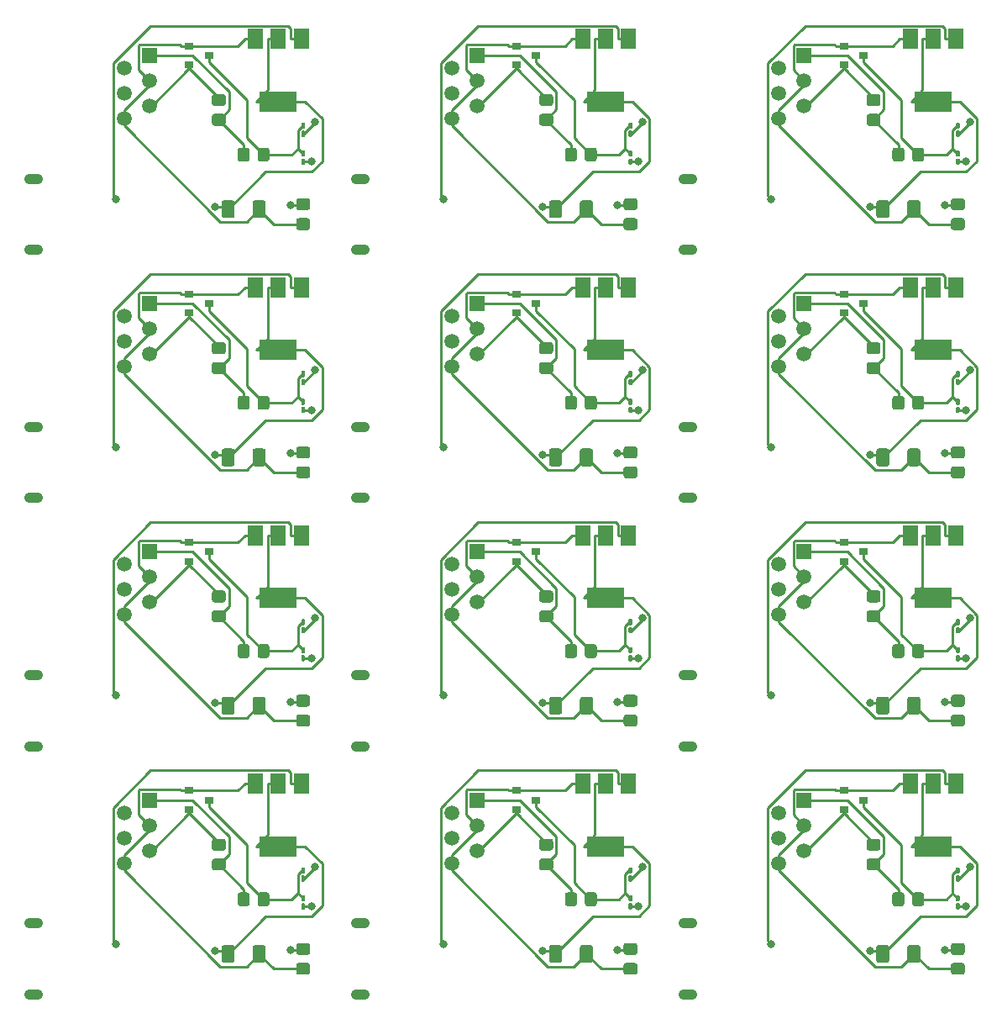
<source format=gbr>
%TF.GenerationSoftware,KiCad,Pcbnew,(5.1.9)-1*%
%TF.CreationDate,2021-08-15T14:18:06+02:00*%
%TF.ProjectId,IM350_AM550_5V_V3.0_multi,494d3335-305f-4414-9d35-35305f35565f,rev?*%
%TF.SameCoordinates,Original*%
%TF.FileFunction,Copper,L2,Bot*%
%TF.FilePolarity,Positive*%
%FSLAX46Y46*%
G04 Gerber Fmt 4.6, Leading zero omitted, Abs format (unit mm)*
G04 Created by KiCad (PCBNEW (5.1.9)-1) date 2021-08-15 14:18:06*
%MOMM*%
%LPD*%
G01*
G04 APERTURE LIST*
%TA.AperFunction,SMDPad,CuDef*%
%ADD10R,0.900000X0.800000*%
%TD*%
%TA.AperFunction,ComponentPad*%
%ADD11O,1.900000X1.050000*%
%TD*%
%TA.AperFunction,SMDPad,CuDef*%
%ADD12R,1.500000X2.000000*%
%TD*%
%TA.AperFunction,SMDPad,CuDef*%
%ADD13R,3.800000X2.000000*%
%TD*%
%TA.AperFunction,ComponentPad*%
%ADD14C,1.520000*%
%TD*%
%TA.AperFunction,ComponentPad*%
%ADD15R,1.520000X1.520000*%
%TD*%
%TA.AperFunction,ViaPad*%
%ADD16C,0.800000*%
%TD*%
%TA.AperFunction,Conductor*%
%ADD17C,0.250000*%
%TD*%
G04 APERTURE END LIST*
D10*
%TO.P,Q1,1*%
%TO.N,Net-(J2-Pad5)*%
X66000000Y-125450000D03*
%TO.P,Q1,2*%
%TO.N,Net-(C1-Pad2)*%
X66000000Y-123550000D03*
%TO.P,Q1,3*%
%TO.N,Net-(P3-Pad1)*%
X68000000Y-124500000D03*
%TD*%
%TO.P,C1,1*%
%TO.N,Net-(C1-Pad1)*%
%TA.AperFunction,SMDPad,CuDef*%
G36*
G01*
X135275000Y-140650001D02*
X135275000Y-139349999D01*
G75*
G02*
X135524999Y-139100000I249999J0D01*
G01*
X136350001Y-139100000D01*
G75*
G02*
X136600000Y-139349999I0J-249999D01*
G01*
X136600000Y-140650001D01*
G75*
G02*
X136350001Y-140900000I-249999J0D01*
G01*
X135524999Y-140900000D01*
G75*
G02*
X135275000Y-140650001I0J249999D01*
G01*
G37*
%TD.AperFunction*%
%TO.P,C1,2*%
%TO.N,Net-(C1-Pad2)*%
%TA.AperFunction,SMDPad,CuDef*%
G36*
G01*
X138400000Y-140650001D02*
X138400000Y-139349999D01*
G75*
G02*
X138649999Y-139100000I249999J0D01*
G01*
X139475001Y-139100000D01*
G75*
G02*
X139725000Y-139349999I0J-249999D01*
G01*
X139725000Y-140650001D01*
G75*
G02*
X139475001Y-140900000I-249999J0D01*
G01*
X138649999Y-140900000D01*
G75*
G02*
X138400000Y-140650001I0J249999D01*
G01*
G37*
%TD.AperFunction*%
%TD*%
%TO.P,R5,1*%
%TO.N,Net-(R5-Pad1)*%
%TA.AperFunction,SMDPad,CuDef*%
G36*
G01*
X77049999Y-138900000D02*
X77950001Y-138900000D01*
G75*
G02*
X78200000Y-139149999I0J-249999D01*
G01*
X78200000Y-139850001D01*
G75*
G02*
X77950001Y-140100000I-249999J0D01*
G01*
X77049999Y-140100000D01*
G75*
G02*
X76800000Y-139850001I0J249999D01*
G01*
X76800000Y-139149999D01*
G75*
G02*
X77049999Y-138900000I249999J0D01*
G01*
G37*
%TD.AperFunction*%
%TO.P,R5,2*%
%TO.N,Net-(C1-Pad2)*%
%TA.AperFunction,SMDPad,CuDef*%
G36*
G01*
X77049999Y-140900000D02*
X77950001Y-140900000D01*
G75*
G02*
X78200000Y-141149999I0J-249999D01*
G01*
X78200000Y-141850001D01*
G75*
G02*
X77950001Y-142100000I-249999J0D01*
G01*
X77049999Y-142100000D01*
G75*
G02*
X76800000Y-141850001I0J249999D01*
G01*
X76800000Y-141149999D01*
G75*
G02*
X77049999Y-140900000I249999J0D01*
G01*
G37*
%TD.AperFunction*%
%TD*%
D11*
%TO.P,J1,*%
%TO.N,*%
X50300000Y-136925000D03*
X50300000Y-144075000D03*
%TD*%
D12*
%TO.P,U1,1*%
%TO.N,Net-(C1-Pad2)*%
X72700000Y-122850000D03*
%TO.P,U1,3*%
%TO.N,Net-(J1-Pad1)*%
X77300000Y-122850000D03*
%TO.P,U1,2*%
%TO.N,Net-(C1-Pad1)*%
X75000000Y-122850000D03*
D13*
X75000000Y-129150000D03*
%TD*%
%TO.P,R5,2*%
%TO.N,Net-(C1-Pad2)*%
%TA.AperFunction,SMDPad,CuDef*%
G36*
G01*
X110049999Y-140900000D02*
X110950001Y-140900000D01*
G75*
G02*
X111200000Y-141149999I0J-249999D01*
G01*
X111200000Y-141850001D01*
G75*
G02*
X110950001Y-142100000I-249999J0D01*
G01*
X110049999Y-142100000D01*
G75*
G02*
X109800000Y-141850001I0J249999D01*
G01*
X109800000Y-141149999D01*
G75*
G02*
X110049999Y-140900000I249999J0D01*
G01*
G37*
%TD.AperFunction*%
%TO.P,R5,1*%
%TO.N,Net-(R5-Pad1)*%
%TA.AperFunction,SMDPad,CuDef*%
G36*
G01*
X110049999Y-138900000D02*
X110950001Y-138900000D01*
G75*
G02*
X111200000Y-139149999I0J-249999D01*
G01*
X111200000Y-139850001D01*
G75*
G02*
X110950001Y-140100000I-249999J0D01*
G01*
X110049999Y-140100000D01*
G75*
G02*
X109800000Y-139850001I0J249999D01*
G01*
X109800000Y-139149999D01*
G75*
G02*
X110049999Y-138900000I249999J0D01*
G01*
G37*
%TD.AperFunction*%
%TD*%
%TO.P,R6,2*%
%TO.N,Net-(J2-Pad1)*%
%TA.AperFunction,SMDPad,CuDef*%
G36*
G01*
X101549999Y-130400000D02*
X102450001Y-130400000D01*
G75*
G02*
X102700000Y-130649999I0J-249999D01*
G01*
X102700000Y-131350001D01*
G75*
G02*
X102450001Y-131600000I-249999J0D01*
G01*
X101549999Y-131600000D01*
G75*
G02*
X101300000Y-131350001I0J249999D01*
G01*
X101300000Y-130649999D01*
G75*
G02*
X101549999Y-130400000I249999J0D01*
G01*
G37*
%TD.AperFunction*%
%TO.P,R6,1*%
%TO.N,Net-(J2-Pad5)*%
%TA.AperFunction,SMDPad,CuDef*%
G36*
G01*
X101549999Y-128400000D02*
X102450001Y-128400000D01*
G75*
G02*
X102700000Y-128649999I0J-249999D01*
G01*
X102700000Y-129350001D01*
G75*
G02*
X102450001Y-129600000I-249999J0D01*
G01*
X101549999Y-129600000D01*
G75*
G02*
X101300000Y-129350001I0J249999D01*
G01*
X101300000Y-128649999D01*
G75*
G02*
X101549999Y-128400000I249999J0D01*
G01*
G37*
%TD.AperFunction*%
%TD*%
%TO.P,R4,2*%
%TO.N,Net-(J2-Pad1)*%
%TA.AperFunction,SMDPad,CuDef*%
G36*
G01*
X105100000Y-134049999D02*
X105100000Y-134950001D01*
G75*
G02*
X104850001Y-135200000I-249999J0D01*
G01*
X104149999Y-135200000D01*
G75*
G02*
X103900000Y-134950001I0J249999D01*
G01*
X103900000Y-134049999D01*
G75*
G02*
X104149999Y-133800000I249999J0D01*
G01*
X104850001Y-133800000D01*
G75*
G02*
X105100000Y-134049999I0J-249999D01*
G01*
G37*
%TD.AperFunction*%
%TO.P,R4,1*%
%TO.N,Net-(P3-Pad1)*%
%TA.AperFunction,SMDPad,CuDef*%
G36*
G01*
X107100000Y-134049999D02*
X107100000Y-134950001D01*
G75*
G02*
X106850001Y-135200000I-249999J0D01*
G01*
X106149999Y-135200000D01*
G75*
G02*
X105900000Y-134950001I0J249999D01*
G01*
X105900000Y-134049999D01*
G75*
G02*
X106149999Y-133800000I249999J0D01*
G01*
X106850001Y-133800000D01*
G75*
G02*
X107100000Y-134049999I0J-249999D01*
G01*
G37*
%TD.AperFunction*%
%TD*%
%TO.P,R4,1*%
%TO.N,Net-(P3-Pad1)*%
%TA.AperFunction,SMDPad,CuDef*%
G36*
G01*
X140100000Y-134049999D02*
X140100000Y-134950001D01*
G75*
G02*
X139850001Y-135200000I-249999J0D01*
G01*
X139149999Y-135200000D01*
G75*
G02*
X138900000Y-134950001I0J249999D01*
G01*
X138900000Y-134049999D01*
G75*
G02*
X139149999Y-133800000I249999J0D01*
G01*
X139850001Y-133800000D01*
G75*
G02*
X140100000Y-134049999I0J-249999D01*
G01*
G37*
%TD.AperFunction*%
%TO.P,R4,2*%
%TO.N,Net-(J2-Pad1)*%
%TA.AperFunction,SMDPad,CuDef*%
G36*
G01*
X138100000Y-134049999D02*
X138100000Y-134950001D01*
G75*
G02*
X137850001Y-135200000I-249999J0D01*
G01*
X137149999Y-135200000D01*
G75*
G02*
X136900000Y-134950001I0J249999D01*
G01*
X136900000Y-134049999D01*
G75*
G02*
X137149999Y-133800000I249999J0D01*
G01*
X137850001Y-133800000D01*
G75*
G02*
X138100000Y-134049999I0J-249999D01*
G01*
G37*
%TD.AperFunction*%
%TD*%
%TO.P,P3,2*%
%TO.N,Net-(P3-Pad2)*%
%TA.AperFunction,SMDPad,CuDef*%
G36*
G01*
X110400000Y-132090000D02*
X110600000Y-132090000D01*
G75*
G02*
X110700000Y-132190000I0J-100000D01*
G01*
X110700000Y-132625000D01*
G75*
G02*
X110600000Y-132725000I-100000J0D01*
G01*
X110400000Y-132725000D01*
G75*
G02*
X110300000Y-132625000I0J100000D01*
G01*
X110300000Y-132190000D01*
G75*
G02*
X110400000Y-132090000I100000J0D01*
G01*
G37*
%TD.AperFunction*%
%TO.P,P3,1*%
%TO.N,Net-(P3-Pad1)*%
%TA.AperFunction,SMDPad,CuDef*%
G36*
G01*
X110400000Y-131275000D02*
X110600000Y-131275000D01*
G75*
G02*
X110700000Y-131375000I0J-100000D01*
G01*
X110700000Y-131810000D01*
G75*
G02*
X110600000Y-131910000I-100000J0D01*
G01*
X110400000Y-131910000D01*
G75*
G02*
X110300000Y-131810000I0J100000D01*
G01*
X110300000Y-131375000D01*
G75*
G02*
X110400000Y-131275000I100000J0D01*
G01*
G37*
%TD.AperFunction*%
%TD*%
%TO.P,P4,2*%
%TO.N,Net-(P4-Pad2)*%
%TA.AperFunction,SMDPad,CuDef*%
G36*
G01*
X110400000Y-134900000D02*
X110600000Y-134900000D01*
G75*
G02*
X110700000Y-135000000I0J-100000D01*
G01*
X110700000Y-135435000D01*
G75*
G02*
X110600000Y-135535000I-100000J0D01*
G01*
X110400000Y-135535000D01*
G75*
G02*
X110300000Y-135435000I0J100000D01*
G01*
X110300000Y-135000000D01*
G75*
G02*
X110400000Y-134900000I100000J0D01*
G01*
G37*
%TD.AperFunction*%
%TO.P,P4,1*%
%TO.N,Net-(P3-Pad1)*%
%TA.AperFunction,SMDPad,CuDef*%
G36*
G01*
X110400000Y-134085000D02*
X110600000Y-134085000D01*
G75*
G02*
X110700000Y-134185000I0J-100000D01*
G01*
X110700000Y-134620000D01*
G75*
G02*
X110600000Y-134720000I-100000J0D01*
G01*
X110400000Y-134720000D01*
G75*
G02*
X110300000Y-134620000I0J100000D01*
G01*
X110300000Y-134185000D01*
G75*
G02*
X110400000Y-134085000I100000J0D01*
G01*
G37*
%TD.AperFunction*%
%TD*%
%TO.P,P3,1*%
%TO.N,Net-(P3-Pad1)*%
%TA.AperFunction,SMDPad,CuDef*%
G36*
G01*
X77400000Y-131275000D02*
X77600000Y-131275000D01*
G75*
G02*
X77700000Y-131375000I0J-100000D01*
G01*
X77700000Y-131810000D01*
G75*
G02*
X77600000Y-131910000I-100000J0D01*
G01*
X77400000Y-131910000D01*
G75*
G02*
X77300000Y-131810000I0J100000D01*
G01*
X77300000Y-131375000D01*
G75*
G02*
X77400000Y-131275000I100000J0D01*
G01*
G37*
%TD.AperFunction*%
%TO.P,P3,2*%
%TO.N,Net-(P3-Pad2)*%
%TA.AperFunction,SMDPad,CuDef*%
G36*
G01*
X77400000Y-132090000D02*
X77600000Y-132090000D01*
G75*
G02*
X77700000Y-132190000I0J-100000D01*
G01*
X77700000Y-132625000D01*
G75*
G02*
X77600000Y-132725000I-100000J0D01*
G01*
X77400000Y-132725000D01*
G75*
G02*
X77300000Y-132625000I0J100000D01*
G01*
X77300000Y-132190000D01*
G75*
G02*
X77400000Y-132090000I100000J0D01*
G01*
G37*
%TD.AperFunction*%
%TD*%
%TO.P,R6,1*%
%TO.N,Net-(J2-Pad5)*%
%TA.AperFunction,SMDPad,CuDef*%
G36*
G01*
X68549999Y-128400000D02*
X69450001Y-128400000D01*
G75*
G02*
X69700000Y-128649999I0J-249999D01*
G01*
X69700000Y-129350001D01*
G75*
G02*
X69450001Y-129600000I-249999J0D01*
G01*
X68549999Y-129600000D01*
G75*
G02*
X68300000Y-129350001I0J249999D01*
G01*
X68300000Y-128649999D01*
G75*
G02*
X68549999Y-128400000I249999J0D01*
G01*
G37*
%TD.AperFunction*%
%TO.P,R6,2*%
%TO.N,Net-(J2-Pad1)*%
%TA.AperFunction,SMDPad,CuDef*%
G36*
G01*
X68549999Y-130400000D02*
X69450001Y-130400000D01*
G75*
G02*
X69700000Y-130649999I0J-249999D01*
G01*
X69700000Y-131350001D01*
G75*
G02*
X69450001Y-131600000I-249999J0D01*
G01*
X68549999Y-131600000D01*
G75*
G02*
X68300000Y-131350001I0J249999D01*
G01*
X68300000Y-130649999D01*
G75*
G02*
X68549999Y-130400000I249999J0D01*
G01*
G37*
%TD.AperFunction*%
%TD*%
D14*
%TO.P,J2,6*%
%TO.N,Net-(C1-Pad2)*%
X125460000Y-130850000D03*
%TO.P,J2,5*%
%TO.N,Net-(J2-Pad5)*%
X128000000Y-129580000D03*
%TO.P,J2,4*%
%TO.N,Net-(J2-Pad4)*%
X125460000Y-128310000D03*
%TO.P,J2,3*%
%TO.N,Net-(C1-Pad2)*%
X128000000Y-127040000D03*
%TO.P,J2,2*%
%TO.N,Net-(J2-Pad2)*%
X125460000Y-125770000D03*
D15*
%TO.P,J2,1*%
%TO.N,Net-(J2-Pad1)*%
X128000000Y-124500000D03*
%TD*%
%TO.P,P4,1*%
%TO.N,Net-(P3-Pad1)*%
%TA.AperFunction,SMDPad,CuDef*%
G36*
G01*
X77400000Y-134085000D02*
X77600000Y-134085000D01*
G75*
G02*
X77700000Y-134185000I0J-100000D01*
G01*
X77700000Y-134620000D01*
G75*
G02*
X77600000Y-134720000I-100000J0D01*
G01*
X77400000Y-134720000D01*
G75*
G02*
X77300000Y-134620000I0J100000D01*
G01*
X77300000Y-134185000D01*
G75*
G02*
X77400000Y-134085000I100000J0D01*
G01*
G37*
%TD.AperFunction*%
%TO.P,P4,2*%
%TO.N,Net-(P4-Pad2)*%
%TA.AperFunction,SMDPad,CuDef*%
G36*
G01*
X77400000Y-134900000D02*
X77600000Y-134900000D01*
G75*
G02*
X77700000Y-135000000I0J-100000D01*
G01*
X77700000Y-135435000D01*
G75*
G02*
X77600000Y-135535000I-100000J0D01*
G01*
X77400000Y-135535000D01*
G75*
G02*
X77300000Y-135435000I0J100000D01*
G01*
X77300000Y-135000000D01*
G75*
G02*
X77400000Y-134900000I100000J0D01*
G01*
G37*
%TD.AperFunction*%
%TD*%
%TO.P,C1,1*%
%TO.N,Net-(C1-Pad1)*%
%TA.AperFunction,SMDPad,CuDef*%
G36*
G01*
X69275000Y-140650001D02*
X69275000Y-139349999D01*
G75*
G02*
X69524999Y-139100000I249999J0D01*
G01*
X70350001Y-139100000D01*
G75*
G02*
X70600000Y-139349999I0J-249999D01*
G01*
X70600000Y-140650001D01*
G75*
G02*
X70350001Y-140900000I-249999J0D01*
G01*
X69524999Y-140900000D01*
G75*
G02*
X69275000Y-140650001I0J249999D01*
G01*
G37*
%TD.AperFunction*%
%TO.P,C1,2*%
%TO.N,Net-(C1-Pad2)*%
%TA.AperFunction,SMDPad,CuDef*%
G36*
G01*
X72400000Y-140650001D02*
X72400000Y-139349999D01*
G75*
G02*
X72649999Y-139100000I249999J0D01*
G01*
X73475001Y-139100000D01*
G75*
G02*
X73725000Y-139349999I0J-249999D01*
G01*
X73725000Y-140650001D01*
G75*
G02*
X73475001Y-140900000I-249999J0D01*
G01*
X72649999Y-140900000D01*
G75*
G02*
X72400000Y-140650001I0J249999D01*
G01*
G37*
%TD.AperFunction*%
%TD*%
D14*
%TO.P,J2,6*%
%TO.N,Net-(C1-Pad2)*%
X59460000Y-130850000D03*
%TO.P,J2,5*%
%TO.N,Net-(J2-Pad5)*%
X62000000Y-129580000D03*
%TO.P,J2,4*%
%TO.N,Net-(J2-Pad4)*%
X59460000Y-128310000D03*
%TO.P,J2,3*%
%TO.N,Net-(C1-Pad2)*%
X62000000Y-127040000D03*
%TO.P,J2,2*%
%TO.N,Net-(J2-Pad2)*%
X59460000Y-125770000D03*
D15*
%TO.P,J2,1*%
%TO.N,Net-(J2-Pad1)*%
X62000000Y-124500000D03*
%TD*%
%TO.P,R4,1*%
%TO.N,Net-(P3-Pad1)*%
%TA.AperFunction,SMDPad,CuDef*%
G36*
G01*
X74100000Y-134049999D02*
X74100000Y-134950001D01*
G75*
G02*
X73850001Y-135200000I-249999J0D01*
G01*
X73149999Y-135200000D01*
G75*
G02*
X72900000Y-134950001I0J249999D01*
G01*
X72900000Y-134049999D01*
G75*
G02*
X73149999Y-133800000I249999J0D01*
G01*
X73850001Y-133800000D01*
G75*
G02*
X74100000Y-134049999I0J-249999D01*
G01*
G37*
%TD.AperFunction*%
%TO.P,R4,2*%
%TO.N,Net-(J2-Pad1)*%
%TA.AperFunction,SMDPad,CuDef*%
G36*
G01*
X72100000Y-134049999D02*
X72100000Y-134950001D01*
G75*
G02*
X71850001Y-135200000I-249999J0D01*
G01*
X71149999Y-135200000D01*
G75*
G02*
X70900000Y-134950001I0J249999D01*
G01*
X70900000Y-134049999D01*
G75*
G02*
X71149999Y-133800000I249999J0D01*
G01*
X71850001Y-133800000D01*
G75*
G02*
X72100000Y-134049999I0J-249999D01*
G01*
G37*
%TD.AperFunction*%
%TD*%
%TO.P,R5,1*%
%TO.N,Net-(R5-Pad1)*%
%TA.AperFunction,SMDPad,CuDef*%
G36*
G01*
X143049999Y-138900000D02*
X143950001Y-138900000D01*
G75*
G02*
X144200000Y-139149999I0J-249999D01*
G01*
X144200000Y-139850001D01*
G75*
G02*
X143950001Y-140100000I-249999J0D01*
G01*
X143049999Y-140100000D01*
G75*
G02*
X142800000Y-139850001I0J249999D01*
G01*
X142800000Y-139149999D01*
G75*
G02*
X143049999Y-138900000I249999J0D01*
G01*
G37*
%TD.AperFunction*%
%TO.P,R5,2*%
%TO.N,Net-(C1-Pad2)*%
%TA.AperFunction,SMDPad,CuDef*%
G36*
G01*
X143049999Y-140900000D02*
X143950001Y-140900000D01*
G75*
G02*
X144200000Y-141149999I0J-249999D01*
G01*
X144200000Y-141850001D01*
G75*
G02*
X143950001Y-142100000I-249999J0D01*
G01*
X143049999Y-142100000D01*
G75*
G02*
X142800000Y-141850001I0J249999D01*
G01*
X142800000Y-141149999D01*
G75*
G02*
X143049999Y-140900000I249999J0D01*
G01*
G37*
%TD.AperFunction*%
%TD*%
D12*
%TO.P,U1,1*%
%TO.N,Net-(C1-Pad2)*%
X138700000Y-122850000D03*
%TO.P,U1,3*%
%TO.N,Net-(J1-Pad1)*%
X143300000Y-122850000D03*
%TO.P,U1,2*%
%TO.N,Net-(C1-Pad1)*%
X141000000Y-122850000D03*
D13*
X141000000Y-129150000D03*
%TD*%
%TO.P,U1,2*%
%TO.N,Net-(C1-Pad1)*%
X108000000Y-129150000D03*
D12*
X108000000Y-122850000D03*
%TO.P,U1,3*%
%TO.N,Net-(J1-Pad1)*%
X110300000Y-122850000D03*
%TO.P,U1,1*%
%TO.N,Net-(C1-Pad2)*%
X105700000Y-122850000D03*
%TD*%
%TO.P,P3,1*%
%TO.N,Net-(P3-Pad1)*%
%TA.AperFunction,SMDPad,CuDef*%
G36*
G01*
X143400000Y-131275000D02*
X143600000Y-131275000D01*
G75*
G02*
X143700000Y-131375000I0J-100000D01*
G01*
X143700000Y-131810000D01*
G75*
G02*
X143600000Y-131910000I-100000J0D01*
G01*
X143400000Y-131910000D01*
G75*
G02*
X143300000Y-131810000I0J100000D01*
G01*
X143300000Y-131375000D01*
G75*
G02*
X143400000Y-131275000I100000J0D01*
G01*
G37*
%TD.AperFunction*%
%TO.P,P3,2*%
%TO.N,Net-(P3-Pad2)*%
%TA.AperFunction,SMDPad,CuDef*%
G36*
G01*
X143400000Y-132090000D02*
X143600000Y-132090000D01*
G75*
G02*
X143700000Y-132190000I0J-100000D01*
G01*
X143700000Y-132625000D01*
G75*
G02*
X143600000Y-132725000I-100000J0D01*
G01*
X143400000Y-132725000D01*
G75*
G02*
X143300000Y-132625000I0J100000D01*
G01*
X143300000Y-132190000D01*
G75*
G02*
X143400000Y-132090000I100000J0D01*
G01*
G37*
%TD.AperFunction*%
%TD*%
%TO.P,C1,2*%
%TO.N,Net-(C1-Pad2)*%
%TA.AperFunction,SMDPad,CuDef*%
G36*
G01*
X105400000Y-140650001D02*
X105400000Y-139349999D01*
G75*
G02*
X105649999Y-139100000I249999J0D01*
G01*
X106475001Y-139100000D01*
G75*
G02*
X106725000Y-139349999I0J-249999D01*
G01*
X106725000Y-140650001D01*
G75*
G02*
X106475001Y-140900000I-249999J0D01*
G01*
X105649999Y-140900000D01*
G75*
G02*
X105400000Y-140650001I0J249999D01*
G01*
G37*
%TD.AperFunction*%
%TO.P,C1,1*%
%TO.N,Net-(C1-Pad1)*%
%TA.AperFunction,SMDPad,CuDef*%
G36*
G01*
X102275000Y-140650001D02*
X102275000Y-139349999D01*
G75*
G02*
X102524999Y-139100000I249999J0D01*
G01*
X103350001Y-139100000D01*
G75*
G02*
X103600000Y-139349999I0J-249999D01*
G01*
X103600000Y-140650001D01*
G75*
G02*
X103350001Y-140900000I-249999J0D01*
G01*
X102524999Y-140900000D01*
G75*
G02*
X102275000Y-140650001I0J249999D01*
G01*
G37*
%TD.AperFunction*%
%TD*%
D10*
%TO.P,Q1,3*%
%TO.N,Net-(P3-Pad1)*%
X101000000Y-124500000D03*
%TO.P,Q1,2*%
%TO.N,Net-(C1-Pad2)*%
X99000000Y-123550000D03*
%TO.P,Q1,1*%
%TO.N,Net-(J2-Pad5)*%
X99000000Y-125450000D03*
%TD*%
%TO.P,Q1,1*%
%TO.N,Net-(J2-Pad5)*%
X132000000Y-125450000D03*
%TO.P,Q1,2*%
%TO.N,Net-(C1-Pad2)*%
X132000000Y-123550000D03*
%TO.P,Q1,3*%
%TO.N,Net-(P3-Pad1)*%
X134000000Y-124500000D03*
%TD*%
%TO.P,P4,1*%
%TO.N,Net-(P3-Pad1)*%
%TA.AperFunction,SMDPad,CuDef*%
G36*
G01*
X143400000Y-134085000D02*
X143600000Y-134085000D01*
G75*
G02*
X143700000Y-134185000I0J-100000D01*
G01*
X143700000Y-134620000D01*
G75*
G02*
X143600000Y-134720000I-100000J0D01*
G01*
X143400000Y-134720000D01*
G75*
G02*
X143300000Y-134620000I0J100000D01*
G01*
X143300000Y-134185000D01*
G75*
G02*
X143400000Y-134085000I100000J0D01*
G01*
G37*
%TD.AperFunction*%
%TO.P,P4,2*%
%TO.N,Net-(P4-Pad2)*%
%TA.AperFunction,SMDPad,CuDef*%
G36*
G01*
X143400000Y-134900000D02*
X143600000Y-134900000D01*
G75*
G02*
X143700000Y-135000000I0J-100000D01*
G01*
X143700000Y-135435000D01*
G75*
G02*
X143600000Y-135535000I-100000J0D01*
G01*
X143400000Y-135535000D01*
G75*
G02*
X143300000Y-135435000I0J100000D01*
G01*
X143300000Y-135000000D01*
G75*
G02*
X143400000Y-134900000I100000J0D01*
G01*
G37*
%TD.AperFunction*%
%TD*%
D15*
%TO.P,J2,1*%
%TO.N,Net-(J2-Pad1)*%
X95000000Y-124500000D03*
D14*
%TO.P,J2,2*%
%TO.N,Net-(J2-Pad2)*%
X92460000Y-125770000D03*
%TO.P,J2,3*%
%TO.N,Net-(C1-Pad2)*%
X95000000Y-127040000D03*
%TO.P,J2,4*%
%TO.N,Net-(J2-Pad4)*%
X92460000Y-128310000D03*
%TO.P,J2,5*%
%TO.N,Net-(J2-Pad5)*%
X95000000Y-129580000D03*
%TO.P,J2,6*%
%TO.N,Net-(C1-Pad2)*%
X92460000Y-130850000D03*
%TD*%
D11*
%TO.P,J1,*%
%TO.N,*%
X83300000Y-144075000D03*
X83300000Y-136925000D03*
%TD*%
%TO.P,J1,*%
%TO.N,*%
X116300000Y-136925000D03*
X116300000Y-144075000D03*
%TD*%
%TO.P,R6,1*%
%TO.N,Net-(J2-Pad5)*%
%TA.AperFunction,SMDPad,CuDef*%
G36*
G01*
X134549999Y-128400000D02*
X135450001Y-128400000D01*
G75*
G02*
X135700000Y-128649999I0J-249999D01*
G01*
X135700000Y-129350001D01*
G75*
G02*
X135450001Y-129600000I-249999J0D01*
G01*
X134549999Y-129600000D01*
G75*
G02*
X134300000Y-129350001I0J249999D01*
G01*
X134300000Y-128649999D01*
G75*
G02*
X134549999Y-128400000I249999J0D01*
G01*
G37*
%TD.AperFunction*%
%TO.P,R6,2*%
%TO.N,Net-(J2-Pad1)*%
%TA.AperFunction,SMDPad,CuDef*%
G36*
G01*
X134549999Y-130400000D02*
X135450001Y-130400000D01*
G75*
G02*
X135700000Y-130649999I0J-249999D01*
G01*
X135700000Y-131350001D01*
G75*
G02*
X135450001Y-131600000I-249999J0D01*
G01*
X134549999Y-131600000D01*
G75*
G02*
X134300000Y-131350001I0J249999D01*
G01*
X134300000Y-130649999D01*
G75*
G02*
X134549999Y-130400000I249999J0D01*
G01*
G37*
%TD.AperFunction*%
%TD*%
%TO.P,R5,2*%
%TO.N,Net-(C1-Pad2)*%
%TA.AperFunction,SMDPad,CuDef*%
G36*
G01*
X77049999Y-115900000D02*
X77950001Y-115900000D01*
G75*
G02*
X78200000Y-116149999I0J-249999D01*
G01*
X78200000Y-116850001D01*
G75*
G02*
X77950001Y-117100000I-249999J0D01*
G01*
X77049999Y-117100000D01*
G75*
G02*
X76800000Y-116850001I0J249999D01*
G01*
X76800000Y-116149999D01*
G75*
G02*
X77049999Y-115900000I249999J0D01*
G01*
G37*
%TD.AperFunction*%
%TO.P,R5,1*%
%TO.N,Net-(R5-Pad1)*%
%TA.AperFunction,SMDPad,CuDef*%
G36*
G01*
X77049999Y-113900000D02*
X77950001Y-113900000D01*
G75*
G02*
X78200000Y-114149999I0J-249999D01*
G01*
X78200000Y-114850001D01*
G75*
G02*
X77950001Y-115100000I-249999J0D01*
G01*
X77049999Y-115100000D01*
G75*
G02*
X76800000Y-114850001I0J249999D01*
G01*
X76800000Y-114149999D01*
G75*
G02*
X77049999Y-113900000I249999J0D01*
G01*
G37*
%TD.AperFunction*%
%TD*%
D10*
%TO.P,Q1,3*%
%TO.N,Net-(P3-Pad1)*%
X68000000Y-99500000D03*
%TO.P,Q1,2*%
%TO.N,Net-(C1-Pad2)*%
X66000000Y-98550000D03*
%TO.P,Q1,1*%
%TO.N,Net-(J2-Pad5)*%
X66000000Y-100450000D03*
%TD*%
D13*
%TO.P,U1,2*%
%TO.N,Net-(C1-Pad1)*%
X75000000Y-104150000D03*
D12*
X75000000Y-97850000D03*
%TO.P,U1,3*%
%TO.N,Net-(J1-Pad1)*%
X77300000Y-97850000D03*
%TO.P,U1,1*%
%TO.N,Net-(C1-Pad2)*%
X72700000Y-97850000D03*
%TD*%
D11*
%TO.P,J1,*%
%TO.N,*%
X50300000Y-119075000D03*
X50300000Y-111925000D03*
%TD*%
%TO.P,C1,2*%
%TO.N,Net-(C1-Pad2)*%
%TA.AperFunction,SMDPad,CuDef*%
G36*
G01*
X138400000Y-115650001D02*
X138400000Y-114349999D01*
G75*
G02*
X138649999Y-114100000I249999J0D01*
G01*
X139475001Y-114100000D01*
G75*
G02*
X139725000Y-114349999I0J-249999D01*
G01*
X139725000Y-115650001D01*
G75*
G02*
X139475001Y-115900000I-249999J0D01*
G01*
X138649999Y-115900000D01*
G75*
G02*
X138400000Y-115650001I0J249999D01*
G01*
G37*
%TD.AperFunction*%
%TO.P,C1,1*%
%TO.N,Net-(C1-Pad1)*%
%TA.AperFunction,SMDPad,CuDef*%
G36*
G01*
X135275000Y-115650001D02*
X135275000Y-114349999D01*
G75*
G02*
X135524999Y-114100000I249999J0D01*
G01*
X136350001Y-114100000D01*
G75*
G02*
X136600000Y-114349999I0J-249999D01*
G01*
X136600000Y-115650001D01*
G75*
G02*
X136350001Y-115900000I-249999J0D01*
G01*
X135524999Y-115900000D01*
G75*
G02*
X135275000Y-115650001I0J249999D01*
G01*
G37*
%TD.AperFunction*%
%TD*%
%TO.P,P4,2*%
%TO.N,Net-(P4-Pad2)*%
%TA.AperFunction,SMDPad,CuDef*%
G36*
G01*
X77400000Y-109900000D02*
X77600000Y-109900000D01*
G75*
G02*
X77700000Y-110000000I0J-100000D01*
G01*
X77700000Y-110435000D01*
G75*
G02*
X77600000Y-110535000I-100000J0D01*
G01*
X77400000Y-110535000D01*
G75*
G02*
X77300000Y-110435000I0J100000D01*
G01*
X77300000Y-110000000D01*
G75*
G02*
X77400000Y-109900000I100000J0D01*
G01*
G37*
%TD.AperFunction*%
%TO.P,P4,1*%
%TO.N,Net-(P3-Pad1)*%
%TA.AperFunction,SMDPad,CuDef*%
G36*
G01*
X77400000Y-109085000D02*
X77600000Y-109085000D01*
G75*
G02*
X77700000Y-109185000I0J-100000D01*
G01*
X77700000Y-109620000D01*
G75*
G02*
X77600000Y-109720000I-100000J0D01*
G01*
X77400000Y-109720000D01*
G75*
G02*
X77300000Y-109620000I0J100000D01*
G01*
X77300000Y-109185000D01*
G75*
G02*
X77400000Y-109085000I100000J0D01*
G01*
G37*
%TD.AperFunction*%
%TD*%
%TO.P,C1,2*%
%TO.N,Net-(C1-Pad2)*%
%TA.AperFunction,SMDPad,CuDef*%
G36*
G01*
X72400000Y-115650001D02*
X72400000Y-114349999D01*
G75*
G02*
X72649999Y-114100000I249999J0D01*
G01*
X73475001Y-114100000D01*
G75*
G02*
X73725000Y-114349999I0J-249999D01*
G01*
X73725000Y-115650001D01*
G75*
G02*
X73475001Y-115900000I-249999J0D01*
G01*
X72649999Y-115900000D01*
G75*
G02*
X72400000Y-115650001I0J249999D01*
G01*
G37*
%TD.AperFunction*%
%TO.P,C1,1*%
%TO.N,Net-(C1-Pad1)*%
%TA.AperFunction,SMDPad,CuDef*%
G36*
G01*
X69275000Y-115650001D02*
X69275000Y-114349999D01*
G75*
G02*
X69524999Y-114100000I249999J0D01*
G01*
X70350001Y-114100000D01*
G75*
G02*
X70600000Y-114349999I0J-249999D01*
G01*
X70600000Y-115650001D01*
G75*
G02*
X70350001Y-115900000I-249999J0D01*
G01*
X69524999Y-115900000D01*
G75*
G02*
X69275000Y-115650001I0J249999D01*
G01*
G37*
%TD.AperFunction*%
%TD*%
D15*
%TO.P,J2,1*%
%TO.N,Net-(J2-Pad1)*%
X62000000Y-99500000D03*
D14*
%TO.P,J2,2*%
%TO.N,Net-(J2-Pad2)*%
X59460000Y-100770000D03*
%TO.P,J2,3*%
%TO.N,Net-(C1-Pad2)*%
X62000000Y-102040000D03*
%TO.P,J2,4*%
%TO.N,Net-(J2-Pad4)*%
X59460000Y-103310000D03*
%TO.P,J2,5*%
%TO.N,Net-(J2-Pad5)*%
X62000000Y-104580000D03*
%TO.P,J2,6*%
%TO.N,Net-(C1-Pad2)*%
X59460000Y-105850000D03*
%TD*%
%TO.P,R4,2*%
%TO.N,Net-(J2-Pad1)*%
%TA.AperFunction,SMDPad,CuDef*%
G36*
G01*
X72100000Y-109049999D02*
X72100000Y-109950001D01*
G75*
G02*
X71850001Y-110200000I-249999J0D01*
G01*
X71149999Y-110200000D01*
G75*
G02*
X70900000Y-109950001I0J249999D01*
G01*
X70900000Y-109049999D01*
G75*
G02*
X71149999Y-108800000I249999J0D01*
G01*
X71850001Y-108800000D01*
G75*
G02*
X72100000Y-109049999I0J-249999D01*
G01*
G37*
%TD.AperFunction*%
%TO.P,R4,1*%
%TO.N,Net-(P3-Pad1)*%
%TA.AperFunction,SMDPad,CuDef*%
G36*
G01*
X74100000Y-109049999D02*
X74100000Y-109950001D01*
G75*
G02*
X73850001Y-110200000I-249999J0D01*
G01*
X73149999Y-110200000D01*
G75*
G02*
X72900000Y-109950001I0J249999D01*
G01*
X72900000Y-109049999D01*
G75*
G02*
X73149999Y-108800000I249999J0D01*
G01*
X73850001Y-108800000D01*
G75*
G02*
X74100000Y-109049999I0J-249999D01*
G01*
G37*
%TD.AperFunction*%
%TD*%
%TO.P,R5,2*%
%TO.N,Net-(C1-Pad2)*%
%TA.AperFunction,SMDPad,CuDef*%
G36*
G01*
X143049999Y-115900000D02*
X143950001Y-115900000D01*
G75*
G02*
X144200000Y-116149999I0J-249999D01*
G01*
X144200000Y-116850001D01*
G75*
G02*
X143950001Y-117100000I-249999J0D01*
G01*
X143049999Y-117100000D01*
G75*
G02*
X142800000Y-116850001I0J249999D01*
G01*
X142800000Y-116149999D01*
G75*
G02*
X143049999Y-115900000I249999J0D01*
G01*
G37*
%TD.AperFunction*%
%TO.P,R5,1*%
%TO.N,Net-(R5-Pad1)*%
%TA.AperFunction,SMDPad,CuDef*%
G36*
G01*
X143049999Y-113900000D02*
X143950001Y-113900000D01*
G75*
G02*
X144200000Y-114149999I0J-249999D01*
G01*
X144200000Y-114850001D01*
G75*
G02*
X143950001Y-115100000I-249999J0D01*
G01*
X143049999Y-115100000D01*
G75*
G02*
X142800000Y-114850001I0J249999D01*
G01*
X142800000Y-114149999D01*
G75*
G02*
X143049999Y-113900000I249999J0D01*
G01*
G37*
%TD.AperFunction*%
%TD*%
D15*
%TO.P,J2,1*%
%TO.N,Net-(J2-Pad1)*%
X128000000Y-99500000D03*
D14*
%TO.P,J2,2*%
%TO.N,Net-(J2-Pad2)*%
X125460000Y-100770000D03*
%TO.P,J2,3*%
%TO.N,Net-(C1-Pad2)*%
X128000000Y-102040000D03*
%TO.P,J2,4*%
%TO.N,Net-(J2-Pad4)*%
X125460000Y-103310000D03*
%TO.P,J2,5*%
%TO.N,Net-(J2-Pad5)*%
X128000000Y-104580000D03*
%TO.P,J2,6*%
%TO.N,Net-(C1-Pad2)*%
X125460000Y-105850000D03*
%TD*%
D13*
%TO.P,U1,2*%
%TO.N,Net-(C1-Pad1)*%
X141000000Y-104150000D03*
D12*
X141000000Y-97850000D03*
%TO.P,U1,3*%
%TO.N,Net-(J1-Pad1)*%
X143300000Y-97850000D03*
%TO.P,U1,1*%
%TO.N,Net-(C1-Pad2)*%
X138700000Y-97850000D03*
%TD*%
%TO.P,R4,2*%
%TO.N,Net-(J2-Pad1)*%
%TA.AperFunction,SMDPad,CuDef*%
G36*
G01*
X138100000Y-109049999D02*
X138100000Y-109950001D01*
G75*
G02*
X137850001Y-110200000I-249999J0D01*
G01*
X137149999Y-110200000D01*
G75*
G02*
X136900000Y-109950001I0J249999D01*
G01*
X136900000Y-109049999D01*
G75*
G02*
X137149999Y-108800000I249999J0D01*
G01*
X137850001Y-108800000D01*
G75*
G02*
X138100000Y-109049999I0J-249999D01*
G01*
G37*
%TD.AperFunction*%
%TO.P,R4,1*%
%TO.N,Net-(P3-Pad1)*%
%TA.AperFunction,SMDPad,CuDef*%
G36*
G01*
X140100000Y-109049999D02*
X140100000Y-109950001D01*
G75*
G02*
X139850001Y-110200000I-249999J0D01*
G01*
X139149999Y-110200000D01*
G75*
G02*
X138900000Y-109950001I0J249999D01*
G01*
X138900000Y-109049999D01*
G75*
G02*
X139149999Y-108800000I249999J0D01*
G01*
X139850001Y-108800000D01*
G75*
G02*
X140100000Y-109049999I0J-249999D01*
G01*
G37*
%TD.AperFunction*%
%TD*%
%TO.P,R5,1*%
%TO.N,Net-(R5-Pad1)*%
%TA.AperFunction,SMDPad,CuDef*%
G36*
G01*
X110049999Y-113900000D02*
X110950001Y-113900000D01*
G75*
G02*
X111200000Y-114149999I0J-249999D01*
G01*
X111200000Y-114850001D01*
G75*
G02*
X110950001Y-115100000I-249999J0D01*
G01*
X110049999Y-115100000D01*
G75*
G02*
X109800000Y-114850001I0J249999D01*
G01*
X109800000Y-114149999D01*
G75*
G02*
X110049999Y-113900000I249999J0D01*
G01*
G37*
%TD.AperFunction*%
%TO.P,R5,2*%
%TO.N,Net-(C1-Pad2)*%
%TA.AperFunction,SMDPad,CuDef*%
G36*
G01*
X110049999Y-115900000D02*
X110950001Y-115900000D01*
G75*
G02*
X111200000Y-116149999I0J-249999D01*
G01*
X111200000Y-116850001D01*
G75*
G02*
X110950001Y-117100000I-249999J0D01*
G01*
X110049999Y-117100000D01*
G75*
G02*
X109800000Y-116850001I0J249999D01*
G01*
X109800000Y-116149999D01*
G75*
G02*
X110049999Y-115900000I249999J0D01*
G01*
G37*
%TD.AperFunction*%
%TD*%
%TO.P,P3,1*%
%TO.N,Net-(P3-Pad1)*%
%TA.AperFunction,SMDPad,CuDef*%
G36*
G01*
X110400000Y-106275000D02*
X110600000Y-106275000D01*
G75*
G02*
X110700000Y-106375000I0J-100000D01*
G01*
X110700000Y-106810000D01*
G75*
G02*
X110600000Y-106910000I-100000J0D01*
G01*
X110400000Y-106910000D01*
G75*
G02*
X110300000Y-106810000I0J100000D01*
G01*
X110300000Y-106375000D01*
G75*
G02*
X110400000Y-106275000I100000J0D01*
G01*
G37*
%TD.AperFunction*%
%TO.P,P3,2*%
%TO.N,Net-(P3-Pad2)*%
%TA.AperFunction,SMDPad,CuDef*%
G36*
G01*
X110400000Y-107090000D02*
X110600000Y-107090000D01*
G75*
G02*
X110700000Y-107190000I0J-100000D01*
G01*
X110700000Y-107625000D01*
G75*
G02*
X110600000Y-107725000I-100000J0D01*
G01*
X110400000Y-107725000D01*
G75*
G02*
X110300000Y-107625000I0J100000D01*
G01*
X110300000Y-107190000D01*
G75*
G02*
X110400000Y-107090000I100000J0D01*
G01*
G37*
%TD.AperFunction*%
%TD*%
%TO.P,R4,1*%
%TO.N,Net-(P3-Pad1)*%
%TA.AperFunction,SMDPad,CuDef*%
G36*
G01*
X107100000Y-109049999D02*
X107100000Y-109950001D01*
G75*
G02*
X106850001Y-110200000I-249999J0D01*
G01*
X106149999Y-110200000D01*
G75*
G02*
X105900000Y-109950001I0J249999D01*
G01*
X105900000Y-109049999D01*
G75*
G02*
X106149999Y-108800000I249999J0D01*
G01*
X106850001Y-108800000D01*
G75*
G02*
X107100000Y-109049999I0J-249999D01*
G01*
G37*
%TD.AperFunction*%
%TO.P,R4,2*%
%TO.N,Net-(J2-Pad1)*%
%TA.AperFunction,SMDPad,CuDef*%
G36*
G01*
X105100000Y-109049999D02*
X105100000Y-109950001D01*
G75*
G02*
X104850001Y-110200000I-249999J0D01*
G01*
X104149999Y-110200000D01*
G75*
G02*
X103900000Y-109950001I0J249999D01*
G01*
X103900000Y-109049999D01*
G75*
G02*
X104149999Y-108800000I249999J0D01*
G01*
X104850001Y-108800000D01*
G75*
G02*
X105100000Y-109049999I0J-249999D01*
G01*
G37*
%TD.AperFunction*%
%TD*%
%TO.P,P4,1*%
%TO.N,Net-(P3-Pad1)*%
%TA.AperFunction,SMDPad,CuDef*%
G36*
G01*
X110400000Y-109085000D02*
X110600000Y-109085000D01*
G75*
G02*
X110700000Y-109185000I0J-100000D01*
G01*
X110700000Y-109620000D01*
G75*
G02*
X110600000Y-109720000I-100000J0D01*
G01*
X110400000Y-109720000D01*
G75*
G02*
X110300000Y-109620000I0J100000D01*
G01*
X110300000Y-109185000D01*
G75*
G02*
X110400000Y-109085000I100000J0D01*
G01*
G37*
%TD.AperFunction*%
%TO.P,P4,2*%
%TO.N,Net-(P4-Pad2)*%
%TA.AperFunction,SMDPad,CuDef*%
G36*
G01*
X110400000Y-109900000D02*
X110600000Y-109900000D01*
G75*
G02*
X110700000Y-110000000I0J-100000D01*
G01*
X110700000Y-110435000D01*
G75*
G02*
X110600000Y-110535000I-100000J0D01*
G01*
X110400000Y-110535000D01*
G75*
G02*
X110300000Y-110435000I0J100000D01*
G01*
X110300000Y-110000000D01*
G75*
G02*
X110400000Y-109900000I100000J0D01*
G01*
G37*
%TD.AperFunction*%
%TD*%
%TO.P,R6,1*%
%TO.N,Net-(J2-Pad5)*%
%TA.AperFunction,SMDPad,CuDef*%
G36*
G01*
X101549999Y-103400000D02*
X102450001Y-103400000D01*
G75*
G02*
X102700000Y-103649999I0J-249999D01*
G01*
X102700000Y-104350001D01*
G75*
G02*
X102450001Y-104600000I-249999J0D01*
G01*
X101549999Y-104600000D01*
G75*
G02*
X101300000Y-104350001I0J249999D01*
G01*
X101300000Y-103649999D01*
G75*
G02*
X101549999Y-103400000I249999J0D01*
G01*
G37*
%TD.AperFunction*%
%TO.P,R6,2*%
%TO.N,Net-(J2-Pad1)*%
%TA.AperFunction,SMDPad,CuDef*%
G36*
G01*
X101549999Y-105400000D02*
X102450001Y-105400000D01*
G75*
G02*
X102700000Y-105649999I0J-249999D01*
G01*
X102700000Y-106350001D01*
G75*
G02*
X102450001Y-106600000I-249999J0D01*
G01*
X101549999Y-106600000D01*
G75*
G02*
X101300000Y-106350001I0J249999D01*
G01*
X101300000Y-105649999D01*
G75*
G02*
X101549999Y-105400000I249999J0D01*
G01*
G37*
%TD.AperFunction*%
%TD*%
%TO.P,P3,2*%
%TO.N,Net-(P3-Pad2)*%
%TA.AperFunction,SMDPad,CuDef*%
G36*
G01*
X77400000Y-107090000D02*
X77600000Y-107090000D01*
G75*
G02*
X77700000Y-107190000I0J-100000D01*
G01*
X77700000Y-107625000D01*
G75*
G02*
X77600000Y-107725000I-100000J0D01*
G01*
X77400000Y-107725000D01*
G75*
G02*
X77300000Y-107625000I0J100000D01*
G01*
X77300000Y-107190000D01*
G75*
G02*
X77400000Y-107090000I100000J0D01*
G01*
G37*
%TD.AperFunction*%
%TO.P,P3,1*%
%TO.N,Net-(P3-Pad1)*%
%TA.AperFunction,SMDPad,CuDef*%
G36*
G01*
X77400000Y-106275000D02*
X77600000Y-106275000D01*
G75*
G02*
X77700000Y-106375000I0J-100000D01*
G01*
X77700000Y-106810000D01*
G75*
G02*
X77600000Y-106910000I-100000J0D01*
G01*
X77400000Y-106910000D01*
G75*
G02*
X77300000Y-106810000I0J100000D01*
G01*
X77300000Y-106375000D01*
G75*
G02*
X77400000Y-106275000I100000J0D01*
G01*
G37*
%TD.AperFunction*%
%TD*%
%TO.P,R6,2*%
%TO.N,Net-(J2-Pad1)*%
%TA.AperFunction,SMDPad,CuDef*%
G36*
G01*
X68549999Y-105400000D02*
X69450001Y-105400000D01*
G75*
G02*
X69700000Y-105649999I0J-249999D01*
G01*
X69700000Y-106350001D01*
G75*
G02*
X69450001Y-106600000I-249999J0D01*
G01*
X68549999Y-106600000D01*
G75*
G02*
X68300000Y-106350001I0J249999D01*
G01*
X68300000Y-105649999D01*
G75*
G02*
X68549999Y-105400000I249999J0D01*
G01*
G37*
%TD.AperFunction*%
%TO.P,R6,1*%
%TO.N,Net-(J2-Pad5)*%
%TA.AperFunction,SMDPad,CuDef*%
G36*
G01*
X68549999Y-103400000D02*
X69450001Y-103400000D01*
G75*
G02*
X69700000Y-103649999I0J-249999D01*
G01*
X69700000Y-104350001D01*
G75*
G02*
X69450001Y-104600000I-249999J0D01*
G01*
X68549999Y-104600000D01*
G75*
G02*
X68300000Y-104350001I0J249999D01*
G01*
X68300000Y-103649999D01*
G75*
G02*
X68549999Y-103400000I249999J0D01*
G01*
G37*
%TD.AperFunction*%
%TD*%
%TO.P,U1,1*%
%TO.N,Net-(C1-Pad2)*%
X105700000Y-97850000D03*
%TO.P,U1,3*%
%TO.N,Net-(J1-Pad1)*%
X110300000Y-97850000D03*
%TO.P,U1,2*%
%TO.N,Net-(C1-Pad1)*%
X108000000Y-97850000D03*
D13*
X108000000Y-104150000D03*
%TD*%
%TO.P,P3,2*%
%TO.N,Net-(P3-Pad2)*%
%TA.AperFunction,SMDPad,CuDef*%
G36*
G01*
X143400000Y-107090000D02*
X143600000Y-107090000D01*
G75*
G02*
X143700000Y-107190000I0J-100000D01*
G01*
X143700000Y-107625000D01*
G75*
G02*
X143600000Y-107725000I-100000J0D01*
G01*
X143400000Y-107725000D01*
G75*
G02*
X143300000Y-107625000I0J100000D01*
G01*
X143300000Y-107190000D01*
G75*
G02*
X143400000Y-107090000I100000J0D01*
G01*
G37*
%TD.AperFunction*%
%TO.P,P3,1*%
%TO.N,Net-(P3-Pad1)*%
%TA.AperFunction,SMDPad,CuDef*%
G36*
G01*
X143400000Y-106275000D02*
X143600000Y-106275000D01*
G75*
G02*
X143700000Y-106375000I0J-100000D01*
G01*
X143700000Y-106810000D01*
G75*
G02*
X143600000Y-106910000I-100000J0D01*
G01*
X143400000Y-106910000D01*
G75*
G02*
X143300000Y-106810000I0J100000D01*
G01*
X143300000Y-106375000D01*
G75*
G02*
X143400000Y-106275000I100000J0D01*
G01*
G37*
%TD.AperFunction*%
%TD*%
D10*
%TO.P,Q1,1*%
%TO.N,Net-(J2-Pad5)*%
X99000000Y-100450000D03*
%TO.P,Q1,2*%
%TO.N,Net-(C1-Pad2)*%
X99000000Y-98550000D03*
%TO.P,Q1,3*%
%TO.N,Net-(P3-Pad1)*%
X101000000Y-99500000D03*
%TD*%
%TO.P,Q1,3*%
%TO.N,Net-(P3-Pad1)*%
X134000000Y-99500000D03*
%TO.P,Q1,2*%
%TO.N,Net-(C1-Pad2)*%
X132000000Y-98550000D03*
%TO.P,Q1,1*%
%TO.N,Net-(J2-Pad5)*%
X132000000Y-100450000D03*
%TD*%
%TO.P,C1,1*%
%TO.N,Net-(C1-Pad1)*%
%TA.AperFunction,SMDPad,CuDef*%
G36*
G01*
X102275000Y-115650001D02*
X102275000Y-114349999D01*
G75*
G02*
X102524999Y-114100000I249999J0D01*
G01*
X103350001Y-114100000D01*
G75*
G02*
X103600000Y-114349999I0J-249999D01*
G01*
X103600000Y-115650001D01*
G75*
G02*
X103350001Y-115900000I-249999J0D01*
G01*
X102524999Y-115900000D01*
G75*
G02*
X102275000Y-115650001I0J249999D01*
G01*
G37*
%TD.AperFunction*%
%TO.P,C1,2*%
%TO.N,Net-(C1-Pad2)*%
%TA.AperFunction,SMDPad,CuDef*%
G36*
G01*
X105400000Y-115650001D02*
X105400000Y-114349999D01*
G75*
G02*
X105649999Y-114100000I249999J0D01*
G01*
X106475001Y-114100000D01*
G75*
G02*
X106725000Y-114349999I0J-249999D01*
G01*
X106725000Y-115650001D01*
G75*
G02*
X106475001Y-115900000I-249999J0D01*
G01*
X105649999Y-115900000D01*
G75*
G02*
X105400000Y-115650001I0J249999D01*
G01*
G37*
%TD.AperFunction*%
%TD*%
D14*
%TO.P,J2,6*%
%TO.N,Net-(C1-Pad2)*%
X92460000Y-105850000D03*
%TO.P,J2,5*%
%TO.N,Net-(J2-Pad5)*%
X95000000Y-104580000D03*
%TO.P,J2,4*%
%TO.N,Net-(J2-Pad4)*%
X92460000Y-103310000D03*
%TO.P,J2,3*%
%TO.N,Net-(C1-Pad2)*%
X95000000Y-102040000D03*
%TO.P,J2,2*%
%TO.N,Net-(J2-Pad2)*%
X92460000Y-100770000D03*
D15*
%TO.P,J2,1*%
%TO.N,Net-(J2-Pad1)*%
X95000000Y-99500000D03*
%TD*%
%TO.P,P4,2*%
%TO.N,Net-(P4-Pad2)*%
%TA.AperFunction,SMDPad,CuDef*%
G36*
G01*
X143400000Y-109900000D02*
X143600000Y-109900000D01*
G75*
G02*
X143700000Y-110000000I0J-100000D01*
G01*
X143700000Y-110435000D01*
G75*
G02*
X143600000Y-110535000I-100000J0D01*
G01*
X143400000Y-110535000D01*
G75*
G02*
X143300000Y-110435000I0J100000D01*
G01*
X143300000Y-110000000D01*
G75*
G02*
X143400000Y-109900000I100000J0D01*
G01*
G37*
%TD.AperFunction*%
%TO.P,P4,1*%
%TO.N,Net-(P3-Pad1)*%
%TA.AperFunction,SMDPad,CuDef*%
G36*
G01*
X143400000Y-109085000D02*
X143600000Y-109085000D01*
G75*
G02*
X143700000Y-109185000I0J-100000D01*
G01*
X143700000Y-109620000D01*
G75*
G02*
X143600000Y-109720000I-100000J0D01*
G01*
X143400000Y-109720000D01*
G75*
G02*
X143300000Y-109620000I0J100000D01*
G01*
X143300000Y-109185000D01*
G75*
G02*
X143400000Y-109085000I100000J0D01*
G01*
G37*
%TD.AperFunction*%
%TD*%
%TO.P,R6,2*%
%TO.N,Net-(J2-Pad1)*%
%TA.AperFunction,SMDPad,CuDef*%
G36*
G01*
X134549999Y-105400000D02*
X135450001Y-105400000D01*
G75*
G02*
X135700000Y-105649999I0J-249999D01*
G01*
X135700000Y-106350001D01*
G75*
G02*
X135450001Y-106600000I-249999J0D01*
G01*
X134549999Y-106600000D01*
G75*
G02*
X134300000Y-106350001I0J249999D01*
G01*
X134300000Y-105649999D01*
G75*
G02*
X134549999Y-105400000I249999J0D01*
G01*
G37*
%TD.AperFunction*%
%TO.P,R6,1*%
%TO.N,Net-(J2-Pad5)*%
%TA.AperFunction,SMDPad,CuDef*%
G36*
G01*
X134549999Y-103400000D02*
X135450001Y-103400000D01*
G75*
G02*
X135700000Y-103649999I0J-249999D01*
G01*
X135700000Y-104350001D01*
G75*
G02*
X135450001Y-104600000I-249999J0D01*
G01*
X134549999Y-104600000D01*
G75*
G02*
X134300000Y-104350001I0J249999D01*
G01*
X134300000Y-103649999D01*
G75*
G02*
X134549999Y-103400000I249999J0D01*
G01*
G37*
%TD.AperFunction*%
%TD*%
D11*
%TO.P,J1,*%
%TO.N,*%
X116300000Y-119075000D03*
X116300000Y-111925000D03*
%TD*%
%TO.P,J1,*%
%TO.N,*%
X83300000Y-111925000D03*
X83300000Y-119075000D03*
%TD*%
D15*
%TO.P,J2,1*%
%TO.N,Net-(J2-Pad1)*%
X95000000Y-74500000D03*
D14*
%TO.P,J2,2*%
%TO.N,Net-(J2-Pad2)*%
X92460000Y-75770000D03*
%TO.P,J2,3*%
%TO.N,Net-(C1-Pad2)*%
X95000000Y-77040000D03*
%TO.P,J2,4*%
%TO.N,Net-(J2-Pad4)*%
X92460000Y-78310000D03*
%TO.P,J2,5*%
%TO.N,Net-(J2-Pad5)*%
X95000000Y-79580000D03*
%TO.P,J2,6*%
%TO.N,Net-(C1-Pad2)*%
X92460000Y-80850000D03*
%TD*%
%TO.P,C1,2*%
%TO.N,Net-(C1-Pad2)*%
%TA.AperFunction,SMDPad,CuDef*%
G36*
G01*
X105400000Y-90650001D02*
X105400000Y-89349999D01*
G75*
G02*
X105649999Y-89100000I249999J0D01*
G01*
X106475001Y-89100000D01*
G75*
G02*
X106725000Y-89349999I0J-249999D01*
G01*
X106725000Y-90650001D01*
G75*
G02*
X106475001Y-90900000I-249999J0D01*
G01*
X105649999Y-90900000D01*
G75*
G02*
X105400000Y-90650001I0J249999D01*
G01*
G37*
%TD.AperFunction*%
%TO.P,C1,1*%
%TO.N,Net-(C1-Pad1)*%
%TA.AperFunction,SMDPad,CuDef*%
G36*
G01*
X102275000Y-90650001D02*
X102275000Y-89349999D01*
G75*
G02*
X102524999Y-89100000I249999J0D01*
G01*
X103350001Y-89100000D01*
G75*
G02*
X103600000Y-89349999I0J-249999D01*
G01*
X103600000Y-90650001D01*
G75*
G02*
X103350001Y-90900000I-249999J0D01*
G01*
X102524999Y-90900000D01*
G75*
G02*
X102275000Y-90650001I0J249999D01*
G01*
G37*
%TD.AperFunction*%
%TD*%
D10*
%TO.P,Q1,3*%
%TO.N,Net-(P3-Pad1)*%
X101000000Y-74500000D03*
%TO.P,Q1,2*%
%TO.N,Net-(C1-Pad2)*%
X99000000Y-73550000D03*
%TO.P,Q1,1*%
%TO.N,Net-(J2-Pad5)*%
X99000000Y-75450000D03*
%TD*%
D11*
%TO.P,J1,*%
%TO.N,*%
X83300000Y-94075000D03*
X83300000Y-86925000D03*
%TD*%
%TO.P,P4,1*%
%TO.N,Net-(P3-Pad1)*%
%TA.AperFunction,SMDPad,CuDef*%
G36*
G01*
X143400000Y-84085000D02*
X143600000Y-84085000D01*
G75*
G02*
X143700000Y-84185000I0J-100000D01*
G01*
X143700000Y-84620000D01*
G75*
G02*
X143600000Y-84720000I-100000J0D01*
G01*
X143400000Y-84720000D01*
G75*
G02*
X143300000Y-84620000I0J100000D01*
G01*
X143300000Y-84185000D01*
G75*
G02*
X143400000Y-84085000I100000J0D01*
G01*
G37*
%TD.AperFunction*%
%TO.P,P4,2*%
%TO.N,Net-(P4-Pad2)*%
%TA.AperFunction,SMDPad,CuDef*%
G36*
G01*
X143400000Y-84900000D02*
X143600000Y-84900000D01*
G75*
G02*
X143700000Y-85000000I0J-100000D01*
G01*
X143700000Y-85435000D01*
G75*
G02*
X143600000Y-85535000I-100000J0D01*
G01*
X143400000Y-85535000D01*
G75*
G02*
X143300000Y-85435000I0J100000D01*
G01*
X143300000Y-85000000D01*
G75*
G02*
X143400000Y-84900000I100000J0D01*
G01*
G37*
%TD.AperFunction*%
%TD*%
%TO.P,R6,1*%
%TO.N,Net-(J2-Pad5)*%
%TA.AperFunction,SMDPad,CuDef*%
G36*
G01*
X134549999Y-78400000D02*
X135450001Y-78400000D01*
G75*
G02*
X135700000Y-78649999I0J-249999D01*
G01*
X135700000Y-79350001D01*
G75*
G02*
X135450001Y-79600000I-249999J0D01*
G01*
X134549999Y-79600000D01*
G75*
G02*
X134300000Y-79350001I0J249999D01*
G01*
X134300000Y-78649999D01*
G75*
G02*
X134549999Y-78400000I249999J0D01*
G01*
G37*
%TD.AperFunction*%
%TO.P,R6,2*%
%TO.N,Net-(J2-Pad1)*%
%TA.AperFunction,SMDPad,CuDef*%
G36*
G01*
X134549999Y-80400000D02*
X135450001Y-80400000D01*
G75*
G02*
X135700000Y-80649999I0J-249999D01*
G01*
X135700000Y-81350001D01*
G75*
G02*
X135450001Y-81600000I-249999J0D01*
G01*
X134549999Y-81600000D01*
G75*
G02*
X134300000Y-81350001I0J249999D01*
G01*
X134300000Y-80649999D01*
G75*
G02*
X134549999Y-80400000I249999J0D01*
G01*
G37*
%TD.AperFunction*%
%TD*%
%TO.P,P3,1*%
%TO.N,Net-(P3-Pad1)*%
%TA.AperFunction,SMDPad,CuDef*%
G36*
G01*
X143400000Y-81275000D02*
X143600000Y-81275000D01*
G75*
G02*
X143700000Y-81375000I0J-100000D01*
G01*
X143700000Y-81810000D01*
G75*
G02*
X143600000Y-81910000I-100000J0D01*
G01*
X143400000Y-81910000D01*
G75*
G02*
X143300000Y-81810000I0J100000D01*
G01*
X143300000Y-81375000D01*
G75*
G02*
X143400000Y-81275000I100000J0D01*
G01*
G37*
%TD.AperFunction*%
%TO.P,P3,2*%
%TO.N,Net-(P3-Pad2)*%
%TA.AperFunction,SMDPad,CuDef*%
G36*
G01*
X143400000Y-82090000D02*
X143600000Y-82090000D01*
G75*
G02*
X143700000Y-82190000I0J-100000D01*
G01*
X143700000Y-82625000D01*
G75*
G02*
X143600000Y-82725000I-100000J0D01*
G01*
X143400000Y-82725000D01*
G75*
G02*
X143300000Y-82625000I0J100000D01*
G01*
X143300000Y-82190000D01*
G75*
G02*
X143400000Y-82090000I100000J0D01*
G01*
G37*
%TD.AperFunction*%
%TD*%
D10*
%TO.P,Q1,1*%
%TO.N,Net-(J2-Pad5)*%
X132000000Y-75450000D03*
%TO.P,Q1,2*%
%TO.N,Net-(C1-Pad2)*%
X132000000Y-73550000D03*
%TO.P,Q1,3*%
%TO.N,Net-(P3-Pad1)*%
X134000000Y-74500000D03*
%TD*%
D11*
%TO.P,J1,*%
%TO.N,*%
X116300000Y-86925000D03*
X116300000Y-94075000D03*
%TD*%
%TO.P,C1,1*%
%TO.N,Net-(C1-Pad1)*%
%TA.AperFunction,SMDPad,CuDef*%
G36*
G01*
X135275000Y-90650001D02*
X135275000Y-89349999D01*
G75*
G02*
X135524999Y-89100000I249999J0D01*
G01*
X136350001Y-89100000D01*
G75*
G02*
X136600000Y-89349999I0J-249999D01*
G01*
X136600000Y-90650001D01*
G75*
G02*
X136350001Y-90900000I-249999J0D01*
G01*
X135524999Y-90900000D01*
G75*
G02*
X135275000Y-90650001I0J249999D01*
G01*
G37*
%TD.AperFunction*%
%TO.P,C1,2*%
%TO.N,Net-(C1-Pad2)*%
%TA.AperFunction,SMDPad,CuDef*%
G36*
G01*
X138400000Y-90650001D02*
X138400000Y-89349999D01*
G75*
G02*
X138649999Y-89100000I249999J0D01*
G01*
X139475001Y-89100000D01*
G75*
G02*
X139725000Y-89349999I0J-249999D01*
G01*
X139725000Y-90650001D01*
G75*
G02*
X139475001Y-90900000I-249999J0D01*
G01*
X138649999Y-90900000D01*
G75*
G02*
X138400000Y-90650001I0J249999D01*
G01*
G37*
%TD.AperFunction*%
%TD*%
%TO.P,R5,1*%
%TO.N,Net-(R5-Pad1)*%
%TA.AperFunction,SMDPad,CuDef*%
G36*
G01*
X143049999Y-88900000D02*
X143950001Y-88900000D01*
G75*
G02*
X144200000Y-89149999I0J-249999D01*
G01*
X144200000Y-89850001D01*
G75*
G02*
X143950001Y-90100000I-249999J0D01*
G01*
X143049999Y-90100000D01*
G75*
G02*
X142800000Y-89850001I0J249999D01*
G01*
X142800000Y-89149999D01*
G75*
G02*
X143049999Y-88900000I249999J0D01*
G01*
G37*
%TD.AperFunction*%
%TO.P,R5,2*%
%TO.N,Net-(C1-Pad2)*%
%TA.AperFunction,SMDPad,CuDef*%
G36*
G01*
X143049999Y-90900000D02*
X143950001Y-90900000D01*
G75*
G02*
X144200000Y-91149999I0J-249999D01*
G01*
X144200000Y-91850001D01*
G75*
G02*
X143950001Y-92100000I-249999J0D01*
G01*
X143049999Y-92100000D01*
G75*
G02*
X142800000Y-91850001I0J249999D01*
G01*
X142800000Y-91149999D01*
G75*
G02*
X143049999Y-90900000I249999J0D01*
G01*
G37*
%TD.AperFunction*%
%TD*%
D14*
%TO.P,J2,6*%
%TO.N,Net-(C1-Pad2)*%
X125460000Y-80850000D03*
%TO.P,J2,5*%
%TO.N,Net-(J2-Pad5)*%
X128000000Y-79580000D03*
%TO.P,J2,4*%
%TO.N,Net-(J2-Pad4)*%
X125460000Y-78310000D03*
%TO.P,J2,3*%
%TO.N,Net-(C1-Pad2)*%
X128000000Y-77040000D03*
%TO.P,J2,2*%
%TO.N,Net-(J2-Pad2)*%
X125460000Y-75770000D03*
D15*
%TO.P,J2,1*%
%TO.N,Net-(J2-Pad1)*%
X128000000Y-74500000D03*
%TD*%
D12*
%TO.P,U1,1*%
%TO.N,Net-(C1-Pad2)*%
X138700000Y-72850000D03*
%TO.P,U1,3*%
%TO.N,Net-(J1-Pad1)*%
X143300000Y-72850000D03*
%TO.P,U1,2*%
%TO.N,Net-(C1-Pad1)*%
X141000000Y-72850000D03*
D13*
X141000000Y-79150000D03*
%TD*%
%TO.P,R4,1*%
%TO.N,Net-(P3-Pad1)*%
%TA.AperFunction,SMDPad,CuDef*%
G36*
G01*
X140100000Y-84049999D02*
X140100000Y-84950001D01*
G75*
G02*
X139850001Y-85200000I-249999J0D01*
G01*
X139149999Y-85200000D01*
G75*
G02*
X138900000Y-84950001I0J249999D01*
G01*
X138900000Y-84049999D01*
G75*
G02*
X139149999Y-83800000I249999J0D01*
G01*
X139850001Y-83800000D01*
G75*
G02*
X140100000Y-84049999I0J-249999D01*
G01*
G37*
%TD.AperFunction*%
%TO.P,R4,2*%
%TO.N,Net-(J2-Pad1)*%
%TA.AperFunction,SMDPad,CuDef*%
G36*
G01*
X138100000Y-84049999D02*
X138100000Y-84950001D01*
G75*
G02*
X137850001Y-85200000I-249999J0D01*
G01*
X137149999Y-85200000D01*
G75*
G02*
X136900000Y-84950001I0J249999D01*
G01*
X136900000Y-84049999D01*
G75*
G02*
X137149999Y-83800000I249999J0D01*
G01*
X137850001Y-83800000D01*
G75*
G02*
X138100000Y-84049999I0J-249999D01*
G01*
G37*
%TD.AperFunction*%
%TD*%
D10*
%TO.P,Q1,1*%
%TO.N,Net-(J2-Pad5)*%
X66000000Y-75450000D03*
%TO.P,Q1,2*%
%TO.N,Net-(C1-Pad2)*%
X66000000Y-73550000D03*
%TO.P,Q1,3*%
%TO.N,Net-(P3-Pad1)*%
X68000000Y-74500000D03*
%TD*%
D11*
%TO.P,J1,*%
%TO.N,*%
X50300000Y-86925000D03*
X50300000Y-94075000D03*
%TD*%
%TO.P,C1,1*%
%TO.N,Net-(C1-Pad1)*%
%TA.AperFunction,SMDPad,CuDef*%
G36*
G01*
X69275000Y-90650001D02*
X69275000Y-89349999D01*
G75*
G02*
X69524999Y-89100000I249999J0D01*
G01*
X70350001Y-89100000D01*
G75*
G02*
X70600000Y-89349999I0J-249999D01*
G01*
X70600000Y-90650001D01*
G75*
G02*
X70350001Y-90900000I-249999J0D01*
G01*
X69524999Y-90900000D01*
G75*
G02*
X69275000Y-90650001I0J249999D01*
G01*
G37*
%TD.AperFunction*%
%TO.P,C1,2*%
%TO.N,Net-(C1-Pad2)*%
%TA.AperFunction,SMDPad,CuDef*%
G36*
G01*
X72400000Y-90650001D02*
X72400000Y-89349999D01*
G75*
G02*
X72649999Y-89100000I249999J0D01*
G01*
X73475001Y-89100000D01*
G75*
G02*
X73725000Y-89349999I0J-249999D01*
G01*
X73725000Y-90650001D01*
G75*
G02*
X73475001Y-90900000I-249999J0D01*
G01*
X72649999Y-90900000D01*
G75*
G02*
X72400000Y-90650001I0J249999D01*
G01*
G37*
%TD.AperFunction*%
%TD*%
D14*
%TO.P,J2,6*%
%TO.N,Net-(C1-Pad2)*%
X59460000Y-80850000D03*
%TO.P,J2,5*%
%TO.N,Net-(J2-Pad5)*%
X62000000Y-79580000D03*
%TO.P,J2,4*%
%TO.N,Net-(J2-Pad4)*%
X59460000Y-78310000D03*
%TO.P,J2,3*%
%TO.N,Net-(C1-Pad2)*%
X62000000Y-77040000D03*
%TO.P,J2,2*%
%TO.N,Net-(J2-Pad2)*%
X59460000Y-75770000D03*
D15*
%TO.P,J2,1*%
%TO.N,Net-(J2-Pad1)*%
X62000000Y-74500000D03*
%TD*%
D12*
%TO.P,U1,1*%
%TO.N,Net-(C1-Pad2)*%
X72700000Y-72850000D03*
%TO.P,U1,3*%
%TO.N,Net-(J1-Pad1)*%
X77300000Y-72850000D03*
%TO.P,U1,2*%
%TO.N,Net-(C1-Pad1)*%
X75000000Y-72850000D03*
D13*
X75000000Y-79150000D03*
%TD*%
%TO.P,R4,1*%
%TO.N,Net-(P3-Pad1)*%
%TA.AperFunction,SMDPad,CuDef*%
G36*
G01*
X74100000Y-84049999D02*
X74100000Y-84950001D01*
G75*
G02*
X73850001Y-85200000I-249999J0D01*
G01*
X73149999Y-85200000D01*
G75*
G02*
X72900000Y-84950001I0J249999D01*
G01*
X72900000Y-84049999D01*
G75*
G02*
X73149999Y-83800000I249999J0D01*
G01*
X73850001Y-83800000D01*
G75*
G02*
X74100000Y-84049999I0J-249999D01*
G01*
G37*
%TD.AperFunction*%
%TO.P,R4,2*%
%TO.N,Net-(J2-Pad1)*%
%TA.AperFunction,SMDPad,CuDef*%
G36*
G01*
X72100000Y-84049999D02*
X72100000Y-84950001D01*
G75*
G02*
X71850001Y-85200000I-249999J0D01*
G01*
X71149999Y-85200000D01*
G75*
G02*
X70900000Y-84950001I0J249999D01*
G01*
X70900000Y-84049999D01*
G75*
G02*
X71149999Y-83800000I249999J0D01*
G01*
X71850001Y-83800000D01*
G75*
G02*
X72100000Y-84049999I0J-249999D01*
G01*
G37*
%TD.AperFunction*%
%TD*%
%TO.P,R5,1*%
%TO.N,Net-(R5-Pad1)*%
%TA.AperFunction,SMDPad,CuDef*%
G36*
G01*
X77049999Y-88900000D02*
X77950001Y-88900000D01*
G75*
G02*
X78200000Y-89149999I0J-249999D01*
G01*
X78200000Y-89850001D01*
G75*
G02*
X77950001Y-90100000I-249999J0D01*
G01*
X77049999Y-90100000D01*
G75*
G02*
X76800000Y-89850001I0J249999D01*
G01*
X76800000Y-89149999D01*
G75*
G02*
X77049999Y-88900000I249999J0D01*
G01*
G37*
%TD.AperFunction*%
%TO.P,R5,2*%
%TO.N,Net-(C1-Pad2)*%
%TA.AperFunction,SMDPad,CuDef*%
G36*
G01*
X77049999Y-90900000D02*
X77950001Y-90900000D01*
G75*
G02*
X78200000Y-91149999I0J-249999D01*
G01*
X78200000Y-91850001D01*
G75*
G02*
X77950001Y-92100000I-249999J0D01*
G01*
X77049999Y-92100000D01*
G75*
G02*
X76800000Y-91850001I0J249999D01*
G01*
X76800000Y-91149999D01*
G75*
G02*
X77049999Y-90900000I249999J0D01*
G01*
G37*
%TD.AperFunction*%
%TD*%
%TO.P,P4,1*%
%TO.N,Net-(P3-Pad1)*%
%TA.AperFunction,SMDPad,CuDef*%
G36*
G01*
X77400000Y-84085000D02*
X77600000Y-84085000D01*
G75*
G02*
X77700000Y-84185000I0J-100000D01*
G01*
X77700000Y-84620000D01*
G75*
G02*
X77600000Y-84720000I-100000J0D01*
G01*
X77400000Y-84720000D01*
G75*
G02*
X77300000Y-84620000I0J100000D01*
G01*
X77300000Y-84185000D01*
G75*
G02*
X77400000Y-84085000I100000J0D01*
G01*
G37*
%TD.AperFunction*%
%TO.P,P4,2*%
%TO.N,Net-(P4-Pad2)*%
%TA.AperFunction,SMDPad,CuDef*%
G36*
G01*
X77400000Y-84900000D02*
X77600000Y-84900000D01*
G75*
G02*
X77700000Y-85000000I0J-100000D01*
G01*
X77700000Y-85435000D01*
G75*
G02*
X77600000Y-85535000I-100000J0D01*
G01*
X77400000Y-85535000D01*
G75*
G02*
X77300000Y-85435000I0J100000D01*
G01*
X77300000Y-85000000D01*
G75*
G02*
X77400000Y-84900000I100000J0D01*
G01*
G37*
%TD.AperFunction*%
%TD*%
%TO.P,P3,1*%
%TO.N,Net-(P3-Pad1)*%
%TA.AperFunction,SMDPad,CuDef*%
G36*
G01*
X77400000Y-81275000D02*
X77600000Y-81275000D01*
G75*
G02*
X77700000Y-81375000I0J-100000D01*
G01*
X77700000Y-81810000D01*
G75*
G02*
X77600000Y-81910000I-100000J0D01*
G01*
X77400000Y-81910000D01*
G75*
G02*
X77300000Y-81810000I0J100000D01*
G01*
X77300000Y-81375000D01*
G75*
G02*
X77400000Y-81275000I100000J0D01*
G01*
G37*
%TD.AperFunction*%
%TO.P,P3,2*%
%TO.N,Net-(P3-Pad2)*%
%TA.AperFunction,SMDPad,CuDef*%
G36*
G01*
X77400000Y-82090000D02*
X77600000Y-82090000D01*
G75*
G02*
X77700000Y-82190000I0J-100000D01*
G01*
X77700000Y-82625000D01*
G75*
G02*
X77600000Y-82725000I-100000J0D01*
G01*
X77400000Y-82725000D01*
G75*
G02*
X77300000Y-82625000I0J100000D01*
G01*
X77300000Y-82190000D01*
G75*
G02*
X77400000Y-82090000I100000J0D01*
G01*
G37*
%TD.AperFunction*%
%TD*%
%TO.P,R6,1*%
%TO.N,Net-(J2-Pad5)*%
%TA.AperFunction,SMDPad,CuDef*%
G36*
G01*
X68549999Y-78400000D02*
X69450001Y-78400000D01*
G75*
G02*
X69700000Y-78649999I0J-249999D01*
G01*
X69700000Y-79350001D01*
G75*
G02*
X69450001Y-79600000I-249999J0D01*
G01*
X68549999Y-79600000D01*
G75*
G02*
X68300000Y-79350001I0J249999D01*
G01*
X68300000Y-78649999D01*
G75*
G02*
X68549999Y-78400000I249999J0D01*
G01*
G37*
%TD.AperFunction*%
%TO.P,R6,2*%
%TO.N,Net-(J2-Pad1)*%
%TA.AperFunction,SMDPad,CuDef*%
G36*
G01*
X68549999Y-80400000D02*
X69450001Y-80400000D01*
G75*
G02*
X69700000Y-80649999I0J-249999D01*
G01*
X69700000Y-81350001D01*
G75*
G02*
X69450001Y-81600000I-249999J0D01*
G01*
X68549999Y-81600000D01*
G75*
G02*
X68300000Y-81350001I0J249999D01*
G01*
X68300000Y-80649999D01*
G75*
G02*
X68549999Y-80400000I249999J0D01*
G01*
G37*
%TD.AperFunction*%
%TD*%
%TO.P,U1,2*%
%TO.N,Net-(C1-Pad1)*%
X108000000Y-79150000D03*
D12*
X108000000Y-72850000D03*
%TO.P,U1,3*%
%TO.N,Net-(J1-Pad1)*%
X110300000Y-72850000D03*
%TO.P,U1,1*%
%TO.N,Net-(C1-Pad2)*%
X105700000Y-72850000D03*
%TD*%
%TO.P,R5,2*%
%TO.N,Net-(C1-Pad2)*%
%TA.AperFunction,SMDPad,CuDef*%
G36*
G01*
X110049999Y-90900000D02*
X110950001Y-90900000D01*
G75*
G02*
X111200000Y-91149999I0J-249999D01*
G01*
X111200000Y-91850001D01*
G75*
G02*
X110950001Y-92100000I-249999J0D01*
G01*
X110049999Y-92100000D01*
G75*
G02*
X109800000Y-91850001I0J249999D01*
G01*
X109800000Y-91149999D01*
G75*
G02*
X110049999Y-90900000I249999J0D01*
G01*
G37*
%TD.AperFunction*%
%TO.P,R5,1*%
%TO.N,Net-(R5-Pad1)*%
%TA.AperFunction,SMDPad,CuDef*%
G36*
G01*
X110049999Y-88900000D02*
X110950001Y-88900000D01*
G75*
G02*
X111200000Y-89149999I0J-249999D01*
G01*
X111200000Y-89850001D01*
G75*
G02*
X110950001Y-90100000I-249999J0D01*
G01*
X110049999Y-90100000D01*
G75*
G02*
X109800000Y-89850001I0J249999D01*
G01*
X109800000Y-89149999D01*
G75*
G02*
X110049999Y-88900000I249999J0D01*
G01*
G37*
%TD.AperFunction*%
%TD*%
%TO.P,P3,2*%
%TO.N,Net-(P3-Pad2)*%
%TA.AperFunction,SMDPad,CuDef*%
G36*
G01*
X110400000Y-82090000D02*
X110600000Y-82090000D01*
G75*
G02*
X110700000Y-82190000I0J-100000D01*
G01*
X110700000Y-82625000D01*
G75*
G02*
X110600000Y-82725000I-100000J0D01*
G01*
X110400000Y-82725000D01*
G75*
G02*
X110300000Y-82625000I0J100000D01*
G01*
X110300000Y-82190000D01*
G75*
G02*
X110400000Y-82090000I100000J0D01*
G01*
G37*
%TD.AperFunction*%
%TO.P,P3,1*%
%TO.N,Net-(P3-Pad1)*%
%TA.AperFunction,SMDPad,CuDef*%
G36*
G01*
X110400000Y-81275000D02*
X110600000Y-81275000D01*
G75*
G02*
X110700000Y-81375000I0J-100000D01*
G01*
X110700000Y-81810000D01*
G75*
G02*
X110600000Y-81910000I-100000J0D01*
G01*
X110400000Y-81910000D01*
G75*
G02*
X110300000Y-81810000I0J100000D01*
G01*
X110300000Y-81375000D01*
G75*
G02*
X110400000Y-81275000I100000J0D01*
G01*
G37*
%TD.AperFunction*%
%TD*%
%TO.P,R4,2*%
%TO.N,Net-(J2-Pad1)*%
%TA.AperFunction,SMDPad,CuDef*%
G36*
G01*
X105100000Y-84049999D02*
X105100000Y-84950001D01*
G75*
G02*
X104850001Y-85200000I-249999J0D01*
G01*
X104149999Y-85200000D01*
G75*
G02*
X103900000Y-84950001I0J249999D01*
G01*
X103900000Y-84049999D01*
G75*
G02*
X104149999Y-83800000I249999J0D01*
G01*
X104850001Y-83800000D01*
G75*
G02*
X105100000Y-84049999I0J-249999D01*
G01*
G37*
%TD.AperFunction*%
%TO.P,R4,1*%
%TO.N,Net-(P3-Pad1)*%
%TA.AperFunction,SMDPad,CuDef*%
G36*
G01*
X107100000Y-84049999D02*
X107100000Y-84950001D01*
G75*
G02*
X106850001Y-85200000I-249999J0D01*
G01*
X106149999Y-85200000D01*
G75*
G02*
X105900000Y-84950001I0J249999D01*
G01*
X105900000Y-84049999D01*
G75*
G02*
X106149999Y-83800000I249999J0D01*
G01*
X106850001Y-83800000D01*
G75*
G02*
X107100000Y-84049999I0J-249999D01*
G01*
G37*
%TD.AperFunction*%
%TD*%
%TO.P,P4,2*%
%TO.N,Net-(P4-Pad2)*%
%TA.AperFunction,SMDPad,CuDef*%
G36*
G01*
X110400000Y-84900000D02*
X110600000Y-84900000D01*
G75*
G02*
X110700000Y-85000000I0J-100000D01*
G01*
X110700000Y-85435000D01*
G75*
G02*
X110600000Y-85535000I-100000J0D01*
G01*
X110400000Y-85535000D01*
G75*
G02*
X110300000Y-85435000I0J100000D01*
G01*
X110300000Y-85000000D01*
G75*
G02*
X110400000Y-84900000I100000J0D01*
G01*
G37*
%TD.AperFunction*%
%TO.P,P4,1*%
%TO.N,Net-(P3-Pad1)*%
%TA.AperFunction,SMDPad,CuDef*%
G36*
G01*
X110400000Y-84085000D02*
X110600000Y-84085000D01*
G75*
G02*
X110700000Y-84185000I0J-100000D01*
G01*
X110700000Y-84620000D01*
G75*
G02*
X110600000Y-84720000I-100000J0D01*
G01*
X110400000Y-84720000D01*
G75*
G02*
X110300000Y-84620000I0J100000D01*
G01*
X110300000Y-84185000D01*
G75*
G02*
X110400000Y-84085000I100000J0D01*
G01*
G37*
%TD.AperFunction*%
%TD*%
%TO.P,R6,2*%
%TO.N,Net-(J2-Pad1)*%
%TA.AperFunction,SMDPad,CuDef*%
G36*
G01*
X101549999Y-80400000D02*
X102450001Y-80400000D01*
G75*
G02*
X102700000Y-80649999I0J-249999D01*
G01*
X102700000Y-81350001D01*
G75*
G02*
X102450001Y-81600000I-249999J0D01*
G01*
X101549999Y-81600000D01*
G75*
G02*
X101300000Y-81350001I0J249999D01*
G01*
X101300000Y-80649999D01*
G75*
G02*
X101549999Y-80400000I249999J0D01*
G01*
G37*
%TD.AperFunction*%
%TO.P,R6,1*%
%TO.N,Net-(J2-Pad5)*%
%TA.AperFunction,SMDPad,CuDef*%
G36*
G01*
X101549999Y-78400000D02*
X102450001Y-78400000D01*
G75*
G02*
X102700000Y-78649999I0J-249999D01*
G01*
X102700000Y-79350001D01*
G75*
G02*
X102450001Y-79600000I-249999J0D01*
G01*
X101549999Y-79600000D01*
G75*
G02*
X101300000Y-79350001I0J249999D01*
G01*
X101300000Y-78649999D01*
G75*
G02*
X101549999Y-78400000I249999J0D01*
G01*
G37*
%TD.AperFunction*%
%TD*%
D15*
%TO.P,J2,1*%
%TO.N,Net-(J2-Pad1)*%
X128000000Y-49500000D03*
D14*
%TO.P,J2,2*%
%TO.N,Net-(J2-Pad2)*%
X125460000Y-50770000D03*
%TO.P,J2,3*%
%TO.N,Net-(C1-Pad2)*%
X128000000Y-52040000D03*
%TO.P,J2,4*%
%TO.N,Net-(J2-Pad4)*%
X125460000Y-53310000D03*
%TO.P,J2,5*%
%TO.N,Net-(J2-Pad5)*%
X128000000Y-54580000D03*
%TO.P,J2,6*%
%TO.N,Net-(C1-Pad2)*%
X125460000Y-55850000D03*
%TD*%
%TO.P,C1,2*%
%TO.N,Net-(C1-Pad2)*%
%TA.AperFunction,SMDPad,CuDef*%
G36*
G01*
X138400000Y-65650001D02*
X138400000Y-64349999D01*
G75*
G02*
X138649999Y-64100000I249999J0D01*
G01*
X139475001Y-64100000D01*
G75*
G02*
X139725000Y-64349999I0J-249999D01*
G01*
X139725000Y-65650001D01*
G75*
G02*
X139475001Y-65900000I-249999J0D01*
G01*
X138649999Y-65900000D01*
G75*
G02*
X138400000Y-65650001I0J249999D01*
G01*
G37*
%TD.AperFunction*%
%TO.P,C1,1*%
%TO.N,Net-(C1-Pad1)*%
%TA.AperFunction,SMDPad,CuDef*%
G36*
G01*
X135275000Y-65650001D02*
X135275000Y-64349999D01*
G75*
G02*
X135524999Y-64100000I249999J0D01*
G01*
X136350001Y-64100000D01*
G75*
G02*
X136600000Y-64349999I0J-249999D01*
G01*
X136600000Y-65650001D01*
G75*
G02*
X136350001Y-65900000I-249999J0D01*
G01*
X135524999Y-65900000D01*
G75*
G02*
X135275000Y-65650001I0J249999D01*
G01*
G37*
%TD.AperFunction*%
%TD*%
D10*
%TO.P,Q1,3*%
%TO.N,Net-(P3-Pad1)*%
X134000000Y-49500000D03*
%TO.P,Q1,2*%
%TO.N,Net-(C1-Pad2)*%
X132000000Y-48550000D03*
%TO.P,Q1,1*%
%TO.N,Net-(J2-Pad5)*%
X132000000Y-50450000D03*
%TD*%
D11*
%TO.P,J1,*%
%TO.N,*%
X116300000Y-69075000D03*
X116300000Y-61925000D03*
%TD*%
D13*
%TO.P,U1,2*%
%TO.N,Net-(C1-Pad1)*%
X141000000Y-54150000D03*
D12*
X141000000Y-47850000D03*
%TO.P,U1,3*%
%TO.N,Net-(J1-Pad1)*%
X143300000Y-47850000D03*
%TO.P,U1,1*%
%TO.N,Net-(C1-Pad2)*%
X138700000Y-47850000D03*
%TD*%
%TO.P,R5,2*%
%TO.N,Net-(C1-Pad2)*%
%TA.AperFunction,SMDPad,CuDef*%
G36*
G01*
X143049999Y-65900000D02*
X143950001Y-65900000D01*
G75*
G02*
X144200000Y-66149999I0J-249999D01*
G01*
X144200000Y-66850001D01*
G75*
G02*
X143950001Y-67100000I-249999J0D01*
G01*
X143049999Y-67100000D01*
G75*
G02*
X142800000Y-66850001I0J249999D01*
G01*
X142800000Y-66149999D01*
G75*
G02*
X143049999Y-65900000I249999J0D01*
G01*
G37*
%TD.AperFunction*%
%TO.P,R5,1*%
%TO.N,Net-(R5-Pad1)*%
%TA.AperFunction,SMDPad,CuDef*%
G36*
G01*
X143049999Y-63900000D02*
X143950001Y-63900000D01*
G75*
G02*
X144200000Y-64149999I0J-249999D01*
G01*
X144200000Y-64850001D01*
G75*
G02*
X143950001Y-65100000I-249999J0D01*
G01*
X143049999Y-65100000D01*
G75*
G02*
X142800000Y-64850001I0J249999D01*
G01*
X142800000Y-64149999D01*
G75*
G02*
X143049999Y-63900000I249999J0D01*
G01*
G37*
%TD.AperFunction*%
%TD*%
%TO.P,P3,2*%
%TO.N,Net-(P3-Pad2)*%
%TA.AperFunction,SMDPad,CuDef*%
G36*
G01*
X143400000Y-57090000D02*
X143600000Y-57090000D01*
G75*
G02*
X143700000Y-57190000I0J-100000D01*
G01*
X143700000Y-57625000D01*
G75*
G02*
X143600000Y-57725000I-100000J0D01*
G01*
X143400000Y-57725000D01*
G75*
G02*
X143300000Y-57625000I0J100000D01*
G01*
X143300000Y-57190000D01*
G75*
G02*
X143400000Y-57090000I100000J0D01*
G01*
G37*
%TD.AperFunction*%
%TO.P,P3,1*%
%TO.N,Net-(P3-Pad1)*%
%TA.AperFunction,SMDPad,CuDef*%
G36*
G01*
X143400000Y-56275000D02*
X143600000Y-56275000D01*
G75*
G02*
X143700000Y-56375000I0J-100000D01*
G01*
X143700000Y-56810000D01*
G75*
G02*
X143600000Y-56910000I-100000J0D01*
G01*
X143400000Y-56910000D01*
G75*
G02*
X143300000Y-56810000I0J100000D01*
G01*
X143300000Y-56375000D01*
G75*
G02*
X143400000Y-56275000I100000J0D01*
G01*
G37*
%TD.AperFunction*%
%TD*%
%TO.P,R4,2*%
%TO.N,Net-(J2-Pad1)*%
%TA.AperFunction,SMDPad,CuDef*%
G36*
G01*
X138100000Y-59049999D02*
X138100000Y-59950001D01*
G75*
G02*
X137850001Y-60200000I-249999J0D01*
G01*
X137149999Y-60200000D01*
G75*
G02*
X136900000Y-59950001I0J249999D01*
G01*
X136900000Y-59049999D01*
G75*
G02*
X137149999Y-58800000I249999J0D01*
G01*
X137850001Y-58800000D01*
G75*
G02*
X138100000Y-59049999I0J-249999D01*
G01*
G37*
%TD.AperFunction*%
%TO.P,R4,1*%
%TO.N,Net-(P3-Pad1)*%
%TA.AperFunction,SMDPad,CuDef*%
G36*
G01*
X140100000Y-59049999D02*
X140100000Y-59950001D01*
G75*
G02*
X139850001Y-60200000I-249999J0D01*
G01*
X139149999Y-60200000D01*
G75*
G02*
X138900000Y-59950001I0J249999D01*
G01*
X138900000Y-59049999D01*
G75*
G02*
X139149999Y-58800000I249999J0D01*
G01*
X139850001Y-58800000D01*
G75*
G02*
X140100000Y-59049999I0J-249999D01*
G01*
G37*
%TD.AperFunction*%
%TD*%
%TO.P,P4,2*%
%TO.N,Net-(P4-Pad2)*%
%TA.AperFunction,SMDPad,CuDef*%
G36*
G01*
X143400000Y-59900000D02*
X143600000Y-59900000D01*
G75*
G02*
X143700000Y-60000000I0J-100000D01*
G01*
X143700000Y-60435000D01*
G75*
G02*
X143600000Y-60535000I-100000J0D01*
G01*
X143400000Y-60535000D01*
G75*
G02*
X143300000Y-60435000I0J100000D01*
G01*
X143300000Y-60000000D01*
G75*
G02*
X143400000Y-59900000I100000J0D01*
G01*
G37*
%TD.AperFunction*%
%TO.P,P4,1*%
%TO.N,Net-(P3-Pad1)*%
%TA.AperFunction,SMDPad,CuDef*%
G36*
G01*
X143400000Y-59085000D02*
X143600000Y-59085000D01*
G75*
G02*
X143700000Y-59185000I0J-100000D01*
G01*
X143700000Y-59620000D01*
G75*
G02*
X143600000Y-59720000I-100000J0D01*
G01*
X143400000Y-59720000D01*
G75*
G02*
X143300000Y-59620000I0J100000D01*
G01*
X143300000Y-59185000D01*
G75*
G02*
X143400000Y-59085000I100000J0D01*
G01*
G37*
%TD.AperFunction*%
%TD*%
%TO.P,R6,2*%
%TO.N,Net-(J2-Pad1)*%
%TA.AperFunction,SMDPad,CuDef*%
G36*
G01*
X134549999Y-55400000D02*
X135450001Y-55400000D01*
G75*
G02*
X135700000Y-55649999I0J-249999D01*
G01*
X135700000Y-56350001D01*
G75*
G02*
X135450001Y-56600000I-249999J0D01*
G01*
X134549999Y-56600000D01*
G75*
G02*
X134300000Y-56350001I0J249999D01*
G01*
X134300000Y-55649999D01*
G75*
G02*
X134549999Y-55400000I249999J0D01*
G01*
G37*
%TD.AperFunction*%
%TO.P,R6,1*%
%TO.N,Net-(J2-Pad5)*%
%TA.AperFunction,SMDPad,CuDef*%
G36*
G01*
X134549999Y-53400000D02*
X135450001Y-53400000D01*
G75*
G02*
X135700000Y-53649999I0J-249999D01*
G01*
X135700000Y-54350001D01*
G75*
G02*
X135450001Y-54600000I-249999J0D01*
G01*
X134549999Y-54600000D01*
G75*
G02*
X134300000Y-54350001I0J249999D01*
G01*
X134300000Y-53649999D01*
G75*
G02*
X134549999Y-53400000I249999J0D01*
G01*
G37*
%TD.AperFunction*%
%TD*%
D10*
%TO.P,Q1,1*%
%TO.N,Net-(J2-Pad5)*%
X99000000Y-50450000D03*
%TO.P,Q1,2*%
%TO.N,Net-(C1-Pad2)*%
X99000000Y-48550000D03*
%TO.P,Q1,3*%
%TO.N,Net-(P3-Pad1)*%
X101000000Y-49500000D03*
%TD*%
D11*
%TO.P,J1,*%
%TO.N,*%
X83300000Y-61925000D03*
X83300000Y-69075000D03*
%TD*%
%TO.P,C1,1*%
%TO.N,Net-(C1-Pad1)*%
%TA.AperFunction,SMDPad,CuDef*%
G36*
G01*
X102275000Y-65650001D02*
X102275000Y-64349999D01*
G75*
G02*
X102524999Y-64100000I249999J0D01*
G01*
X103350001Y-64100000D01*
G75*
G02*
X103600000Y-64349999I0J-249999D01*
G01*
X103600000Y-65650001D01*
G75*
G02*
X103350001Y-65900000I-249999J0D01*
G01*
X102524999Y-65900000D01*
G75*
G02*
X102275000Y-65650001I0J249999D01*
G01*
G37*
%TD.AperFunction*%
%TO.P,C1,2*%
%TO.N,Net-(C1-Pad2)*%
%TA.AperFunction,SMDPad,CuDef*%
G36*
G01*
X105400000Y-65650001D02*
X105400000Y-64349999D01*
G75*
G02*
X105649999Y-64100000I249999J0D01*
G01*
X106475001Y-64100000D01*
G75*
G02*
X106725000Y-64349999I0J-249999D01*
G01*
X106725000Y-65650001D01*
G75*
G02*
X106475001Y-65900000I-249999J0D01*
G01*
X105649999Y-65900000D01*
G75*
G02*
X105400000Y-65650001I0J249999D01*
G01*
G37*
%TD.AperFunction*%
%TD*%
D14*
%TO.P,J2,6*%
%TO.N,Net-(C1-Pad2)*%
X92460000Y-55850000D03*
%TO.P,J2,5*%
%TO.N,Net-(J2-Pad5)*%
X95000000Y-54580000D03*
%TO.P,J2,4*%
%TO.N,Net-(J2-Pad4)*%
X92460000Y-53310000D03*
%TO.P,J2,3*%
%TO.N,Net-(C1-Pad2)*%
X95000000Y-52040000D03*
%TO.P,J2,2*%
%TO.N,Net-(J2-Pad2)*%
X92460000Y-50770000D03*
D15*
%TO.P,J2,1*%
%TO.N,Net-(J2-Pad1)*%
X95000000Y-49500000D03*
%TD*%
D12*
%TO.P,U1,1*%
%TO.N,Net-(C1-Pad2)*%
X105700000Y-47850000D03*
%TO.P,U1,3*%
%TO.N,Net-(J1-Pad1)*%
X110300000Y-47850000D03*
%TO.P,U1,2*%
%TO.N,Net-(C1-Pad1)*%
X108000000Y-47850000D03*
D13*
X108000000Y-54150000D03*
%TD*%
%TO.P,R4,1*%
%TO.N,Net-(P3-Pad1)*%
%TA.AperFunction,SMDPad,CuDef*%
G36*
G01*
X107100000Y-59049999D02*
X107100000Y-59950001D01*
G75*
G02*
X106850001Y-60200000I-249999J0D01*
G01*
X106149999Y-60200000D01*
G75*
G02*
X105900000Y-59950001I0J249999D01*
G01*
X105900000Y-59049999D01*
G75*
G02*
X106149999Y-58800000I249999J0D01*
G01*
X106850001Y-58800000D01*
G75*
G02*
X107100000Y-59049999I0J-249999D01*
G01*
G37*
%TD.AperFunction*%
%TO.P,R4,2*%
%TO.N,Net-(J2-Pad1)*%
%TA.AperFunction,SMDPad,CuDef*%
G36*
G01*
X105100000Y-59049999D02*
X105100000Y-59950001D01*
G75*
G02*
X104850001Y-60200000I-249999J0D01*
G01*
X104149999Y-60200000D01*
G75*
G02*
X103900000Y-59950001I0J249999D01*
G01*
X103900000Y-59049999D01*
G75*
G02*
X104149999Y-58800000I249999J0D01*
G01*
X104850001Y-58800000D01*
G75*
G02*
X105100000Y-59049999I0J-249999D01*
G01*
G37*
%TD.AperFunction*%
%TD*%
%TO.P,R5,1*%
%TO.N,Net-(R5-Pad1)*%
%TA.AperFunction,SMDPad,CuDef*%
G36*
G01*
X110049999Y-63900000D02*
X110950001Y-63900000D01*
G75*
G02*
X111200000Y-64149999I0J-249999D01*
G01*
X111200000Y-64850001D01*
G75*
G02*
X110950001Y-65100000I-249999J0D01*
G01*
X110049999Y-65100000D01*
G75*
G02*
X109800000Y-64850001I0J249999D01*
G01*
X109800000Y-64149999D01*
G75*
G02*
X110049999Y-63900000I249999J0D01*
G01*
G37*
%TD.AperFunction*%
%TO.P,R5,2*%
%TO.N,Net-(C1-Pad2)*%
%TA.AperFunction,SMDPad,CuDef*%
G36*
G01*
X110049999Y-65900000D02*
X110950001Y-65900000D01*
G75*
G02*
X111200000Y-66149999I0J-249999D01*
G01*
X111200000Y-66850001D01*
G75*
G02*
X110950001Y-67100000I-249999J0D01*
G01*
X110049999Y-67100000D01*
G75*
G02*
X109800000Y-66850001I0J249999D01*
G01*
X109800000Y-66149999D01*
G75*
G02*
X110049999Y-65900000I249999J0D01*
G01*
G37*
%TD.AperFunction*%
%TD*%
%TO.P,P4,1*%
%TO.N,Net-(P3-Pad1)*%
%TA.AperFunction,SMDPad,CuDef*%
G36*
G01*
X110400000Y-59085000D02*
X110600000Y-59085000D01*
G75*
G02*
X110700000Y-59185000I0J-100000D01*
G01*
X110700000Y-59620000D01*
G75*
G02*
X110600000Y-59720000I-100000J0D01*
G01*
X110400000Y-59720000D01*
G75*
G02*
X110300000Y-59620000I0J100000D01*
G01*
X110300000Y-59185000D01*
G75*
G02*
X110400000Y-59085000I100000J0D01*
G01*
G37*
%TD.AperFunction*%
%TO.P,P4,2*%
%TO.N,Net-(P4-Pad2)*%
%TA.AperFunction,SMDPad,CuDef*%
G36*
G01*
X110400000Y-59900000D02*
X110600000Y-59900000D01*
G75*
G02*
X110700000Y-60000000I0J-100000D01*
G01*
X110700000Y-60435000D01*
G75*
G02*
X110600000Y-60535000I-100000J0D01*
G01*
X110400000Y-60535000D01*
G75*
G02*
X110300000Y-60435000I0J100000D01*
G01*
X110300000Y-60000000D01*
G75*
G02*
X110400000Y-59900000I100000J0D01*
G01*
G37*
%TD.AperFunction*%
%TD*%
%TO.P,P3,1*%
%TO.N,Net-(P3-Pad1)*%
%TA.AperFunction,SMDPad,CuDef*%
G36*
G01*
X110400000Y-56275000D02*
X110600000Y-56275000D01*
G75*
G02*
X110700000Y-56375000I0J-100000D01*
G01*
X110700000Y-56810000D01*
G75*
G02*
X110600000Y-56910000I-100000J0D01*
G01*
X110400000Y-56910000D01*
G75*
G02*
X110300000Y-56810000I0J100000D01*
G01*
X110300000Y-56375000D01*
G75*
G02*
X110400000Y-56275000I100000J0D01*
G01*
G37*
%TD.AperFunction*%
%TO.P,P3,2*%
%TO.N,Net-(P3-Pad2)*%
%TA.AperFunction,SMDPad,CuDef*%
G36*
G01*
X110400000Y-57090000D02*
X110600000Y-57090000D01*
G75*
G02*
X110700000Y-57190000I0J-100000D01*
G01*
X110700000Y-57625000D01*
G75*
G02*
X110600000Y-57725000I-100000J0D01*
G01*
X110400000Y-57725000D01*
G75*
G02*
X110300000Y-57625000I0J100000D01*
G01*
X110300000Y-57190000D01*
G75*
G02*
X110400000Y-57090000I100000J0D01*
G01*
G37*
%TD.AperFunction*%
%TD*%
%TO.P,R6,1*%
%TO.N,Net-(J2-Pad5)*%
%TA.AperFunction,SMDPad,CuDef*%
G36*
G01*
X101549999Y-53400000D02*
X102450001Y-53400000D01*
G75*
G02*
X102700000Y-53649999I0J-249999D01*
G01*
X102700000Y-54350001D01*
G75*
G02*
X102450001Y-54600000I-249999J0D01*
G01*
X101549999Y-54600000D01*
G75*
G02*
X101300000Y-54350001I0J249999D01*
G01*
X101300000Y-53649999D01*
G75*
G02*
X101549999Y-53400000I249999J0D01*
G01*
G37*
%TD.AperFunction*%
%TO.P,R6,2*%
%TO.N,Net-(J2-Pad1)*%
%TA.AperFunction,SMDPad,CuDef*%
G36*
G01*
X101549999Y-55400000D02*
X102450001Y-55400000D01*
G75*
G02*
X102700000Y-55649999I0J-249999D01*
G01*
X102700000Y-56350001D01*
G75*
G02*
X102450001Y-56600000I-249999J0D01*
G01*
X101549999Y-56600000D01*
G75*
G02*
X101300000Y-56350001I0J249999D01*
G01*
X101300000Y-55649999D01*
G75*
G02*
X101549999Y-55400000I249999J0D01*
G01*
G37*
%TD.AperFunction*%
%TD*%
%TO.P,P4,2*%
%TO.N,Net-(P4-Pad2)*%
%TA.AperFunction,SMDPad,CuDef*%
G36*
G01*
X77400000Y-59900000D02*
X77600000Y-59900000D01*
G75*
G02*
X77700000Y-60000000I0J-100000D01*
G01*
X77700000Y-60435000D01*
G75*
G02*
X77600000Y-60535000I-100000J0D01*
G01*
X77400000Y-60535000D01*
G75*
G02*
X77300000Y-60435000I0J100000D01*
G01*
X77300000Y-60000000D01*
G75*
G02*
X77400000Y-59900000I100000J0D01*
G01*
G37*
%TD.AperFunction*%
%TO.P,P4,1*%
%TO.N,Net-(P3-Pad1)*%
%TA.AperFunction,SMDPad,CuDef*%
G36*
G01*
X77400000Y-59085000D02*
X77600000Y-59085000D01*
G75*
G02*
X77700000Y-59185000I0J-100000D01*
G01*
X77700000Y-59620000D01*
G75*
G02*
X77600000Y-59720000I-100000J0D01*
G01*
X77400000Y-59720000D01*
G75*
G02*
X77300000Y-59620000I0J100000D01*
G01*
X77300000Y-59185000D01*
G75*
G02*
X77400000Y-59085000I100000J0D01*
G01*
G37*
%TD.AperFunction*%
%TD*%
%TO.P,P3,2*%
%TO.N,Net-(P3-Pad2)*%
%TA.AperFunction,SMDPad,CuDef*%
G36*
G01*
X77400000Y-57090000D02*
X77600000Y-57090000D01*
G75*
G02*
X77700000Y-57190000I0J-100000D01*
G01*
X77700000Y-57625000D01*
G75*
G02*
X77600000Y-57725000I-100000J0D01*
G01*
X77400000Y-57725000D01*
G75*
G02*
X77300000Y-57625000I0J100000D01*
G01*
X77300000Y-57190000D01*
G75*
G02*
X77400000Y-57090000I100000J0D01*
G01*
G37*
%TD.AperFunction*%
%TO.P,P3,1*%
%TO.N,Net-(P3-Pad1)*%
%TA.AperFunction,SMDPad,CuDef*%
G36*
G01*
X77400000Y-56275000D02*
X77600000Y-56275000D01*
G75*
G02*
X77700000Y-56375000I0J-100000D01*
G01*
X77700000Y-56810000D01*
G75*
G02*
X77600000Y-56910000I-100000J0D01*
G01*
X77400000Y-56910000D01*
G75*
G02*
X77300000Y-56810000I0J100000D01*
G01*
X77300000Y-56375000D01*
G75*
G02*
X77400000Y-56275000I100000J0D01*
G01*
G37*
%TD.AperFunction*%
%TD*%
%TO.P,R6,2*%
%TO.N,Net-(J2-Pad1)*%
%TA.AperFunction,SMDPad,CuDef*%
G36*
G01*
X68549999Y-55400000D02*
X69450001Y-55400000D01*
G75*
G02*
X69700000Y-55649999I0J-249999D01*
G01*
X69700000Y-56350001D01*
G75*
G02*
X69450001Y-56600000I-249999J0D01*
G01*
X68549999Y-56600000D01*
G75*
G02*
X68300000Y-56350001I0J249999D01*
G01*
X68300000Y-55649999D01*
G75*
G02*
X68549999Y-55400000I249999J0D01*
G01*
G37*
%TD.AperFunction*%
%TO.P,R6,1*%
%TO.N,Net-(J2-Pad5)*%
%TA.AperFunction,SMDPad,CuDef*%
G36*
G01*
X68549999Y-53400000D02*
X69450001Y-53400000D01*
G75*
G02*
X69700000Y-53649999I0J-249999D01*
G01*
X69700000Y-54350001D01*
G75*
G02*
X69450001Y-54600000I-249999J0D01*
G01*
X68549999Y-54600000D01*
G75*
G02*
X68300000Y-54350001I0J249999D01*
G01*
X68300000Y-53649999D01*
G75*
G02*
X68549999Y-53400000I249999J0D01*
G01*
G37*
%TD.AperFunction*%
%TD*%
%TO.P,R5,2*%
%TO.N,Net-(C1-Pad2)*%
%TA.AperFunction,SMDPad,CuDef*%
G36*
G01*
X77049999Y-65900000D02*
X77950001Y-65900000D01*
G75*
G02*
X78200000Y-66149999I0J-249999D01*
G01*
X78200000Y-66850001D01*
G75*
G02*
X77950001Y-67100000I-249999J0D01*
G01*
X77049999Y-67100000D01*
G75*
G02*
X76800000Y-66850001I0J249999D01*
G01*
X76800000Y-66149999D01*
G75*
G02*
X77049999Y-65900000I249999J0D01*
G01*
G37*
%TD.AperFunction*%
%TO.P,R5,1*%
%TO.N,Net-(R5-Pad1)*%
%TA.AperFunction,SMDPad,CuDef*%
G36*
G01*
X77049999Y-63900000D02*
X77950001Y-63900000D01*
G75*
G02*
X78200000Y-64149999I0J-249999D01*
G01*
X78200000Y-64850001D01*
G75*
G02*
X77950001Y-65100000I-249999J0D01*
G01*
X77049999Y-65100000D01*
G75*
G02*
X76800000Y-64850001I0J249999D01*
G01*
X76800000Y-64149999D01*
G75*
G02*
X77049999Y-63900000I249999J0D01*
G01*
G37*
%TD.AperFunction*%
%TD*%
%TO.P,R4,2*%
%TO.N,Net-(J2-Pad1)*%
%TA.AperFunction,SMDPad,CuDef*%
G36*
G01*
X72100000Y-59049999D02*
X72100000Y-59950001D01*
G75*
G02*
X71850001Y-60200000I-249999J0D01*
G01*
X71149999Y-60200000D01*
G75*
G02*
X70900000Y-59950001I0J249999D01*
G01*
X70900000Y-59049999D01*
G75*
G02*
X71149999Y-58800000I249999J0D01*
G01*
X71850001Y-58800000D01*
G75*
G02*
X72100000Y-59049999I0J-249999D01*
G01*
G37*
%TD.AperFunction*%
%TO.P,R4,1*%
%TO.N,Net-(P3-Pad1)*%
%TA.AperFunction,SMDPad,CuDef*%
G36*
G01*
X74100000Y-59049999D02*
X74100000Y-59950001D01*
G75*
G02*
X73850001Y-60200000I-249999J0D01*
G01*
X73149999Y-60200000D01*
G75*
G02*
X72900000Y-59950001I0J249999D01*
G01*
X72900000Y-59049999D01*
G75*
G02*
X73149999Y-58800000I249999J0D01*
G01*
X73850001Y-58800000D01*
G75*
G02*
X74100000Y-59049999I0J-249999D01*
G01*
G37*
%TD.AperFunction*%
%TD*%
D10*
%TO.P,Q1,3*%
%TO.N,Net-(P3-Pad1)*%
X68000000Y-49500000D03*
%TO.P,Q1,2*%
%TO.N,Net-(C1-Pad2)*%
X66000000Y-48550000D03*
%TO.P,Q1,1*%
%TO.N,Net-(J2-Pad5)*%
X66000000Y-50450000D03*
%TD*%
%TO.P,C1,2*%
%TO.N,Net-(C1-Pad2)*%
%TA.AperFunction,SMDPad,CuDef*%
G36*
G01*
X72400000Y-65650001D02*
X72400000Y-64349999D01*
G75*
G02*
X72649999Y-64100000I249999J0D01*
G01*
X73475001Y-64100000D01*
G75*
G02*
X73725000Y-64349999I0J-249999D01*
G01*
X73725000Y-65650001D01*
G75*
G02*
X73475001Y-65900000I-249999J0D01*
G01*
X72649999Y-65900000D01*
G75*
G02*
X72400000Y-65650001I0J249999D01*
G01*
G37*
%TD.AperFunction*%
%TO.P,C1,1*%
%TO.N,Net-(C1-Pad1)*%
%TA.AperFunction,SMDPad,CuDef*%
G36*
G01*
X69275000Y-65650001D02*
X69275000Y-64349999D01*
G75*
G02*
X69524999Y-64100000I249999J0D01*
G01*
X70350001Y-64100000D01*
G75*
G02*
X70600000Y-64349999I0J-249999D01*
G01*
X70600000Y-65650001D01*
G75*
G02*
X70350001Y-65900000I-249999J0D01*
G01*
X69524999Y-65900000D01*
G75*
G02*
X69275000Y-65650001I0J249999D01*
G01*
G37*
%TD.AperFunction*%
%TD*%
D15*
%TO.P,J2,1*%
%TO.N,Net-(J2-Pad1)*%
X62000000Y-49500000D03*
D14*
%TO.P,J2,2*%
%TO.N,Net-(J2-Pad2)*%
X59460000Y-50770000D03*
%TO.P,J2,3*%
%TO.N,Net-(C1-Pad2)*%
X62000000Y-52040000D03*
%TO.P,J2,4*%
%TO.N,Net-(J2-Pad4)*%
X59460000Y-53310000D03*
%TO.P,J2,5*%
%TO.N,Net-(J2-Pad5)*%
X62000000Y-54580000D03*
%TO.P,J2,6*%
%TO.N,Net-(C1-Pad2)*%
X59460000Y-55850000D03*
%TD*%
D11*
%TO.P,J1,*%
%TO.N,*%
X50300000Y-69075000D03*
X50300000Y-61925000D03*
%TD*%
D13*
%TO.P,U1,2*%
%TO.N,Net-(C1-Pad1)*%
X75000000Y-54150000D03*
D12*
X75000000Y-47850000D03*
%TO.P,U1,3*%
%TO.N,Net-(J1-Pad1)*%
X77300000Y-47850000D03*
%TO.P,U1,1*%
%TO.N,Net-(C1-Pad2)*%
X72700000Y-47850000D03*
%TD*%
D16*
%TO.N,Net-(C1-Pad1)*%
X68655300Y-64725000D03*
X101655300Y-64725000D03*
X134655300Y-64725000D03*
X68655300Y-89725000D03*
X101655300Y-89725000D03*
X134655300Y-89725000D03*
X68655300Y-114725000D03*
X101655300Y-114725000D03*
X134655300Y-114725000D03*
X101655300Y-139725000D03*
X68655300Y-139725000D03*
X134655300Y-139725000D03*
%TO.N,Net-(J1-Pad1)*%
X58651300Y-63977400D03*
X91651300Y-63977400D03*
X124651300Y-63977400D03*
X58651300Y-88977400D03*
X91651300Y-88977400D03*
X124651300Y-88977400D03*
X91651300Y-113977400D03*
X124651300Y-113977400D03*
X58651300Y-113977400D03*
X124651300Y-138977400D03*
X58651300Y-138977400D03*
X91651300Y-138977400D03*
%TO.N,Net-(R5-Pad1)*%
X76197500Y-64602500D03*
X109197500Y-64602500D03*
X142197500Y-64602500D03*
X76197500Y-89602500D03*
X109197500Y-89602500D03*
X142197500Y-89602500D03*
X109197500Y-114602500D03*
X76197500Y-114602500D03*
X142197500Y-114602500D03*
X109197500Y-139602500D03*
X76197500Y-139602500D03*
X142197500Y-139602500D03*
%TO.N,Net-(P3-Pad2)*%
X78694500Y-56185500D03*
X111694500Y-56185500D03*
X144694500Y-56185500D03*
X78694500Y-81185500D03*
X111694500Y-81185500D03*
X144694500Y-81185500D03*
X111694500Y-106185500D03*
X78694500Y-106185500D03*
X144694500Y-106185500D03*
X111694500Y-131185500D03*
X78694500Y-131185500D03*
X144694500Y-131185500D03*
%TO.N,Net-(P4-Pad2)*%
X78319900Y-60227800D03*
X111319900Y-60227800D03*
X144319900Y-60227800D03*
X78319900Y-85227800D03*
X111319900Y-85227800D03*
X144319900Y-85227800D03*
X111319900Y-110227800D03*
X78319900Y-110227800D03*
X144319900Y-110227800D03*
X78319900Y-135227800D03*
X111319900Y-135227800D03*
X144319900Y-135227800D03*
%TD*%
D17*
%TO.N,Net-(C1-Pad1)*%
X69937500Y-65000000D02*
X73697300Y-61240200D01*
X73697300Y-61240200D02*
X78334700Y-61240200D01*
X78334700Y-61240200D02*
X79423800Y-60151100D01*
X79423800Y-60151100D02*
X79423800Y-55889000D01*
X79423800Y-55889000D02*
X77684800Y-54150000D01*
X77684800Y-54150000D02*
X75000000Y-54150000D01*
X69937500Y-65000000D02*
X69662500Y-64725000D01*
X69662500Y-64725000D02*
X68655300Y-64725000D01*
X73924700Y-47850000D02*
X73924700Y-53012100D01*
X73924700Y-53012100D02*
X72786800Y-54150000D01*
X75000000Y-54150000D02*
X72786800Y-54150000D01*
X75000000Y-47850000D02*
X73924700Y-47850000D01*
X102937500Y-65000000D02*
X102662500Y-64725000D01*
X102662500Y-64725000D02*
X101655300Y-64725000D01*
X106924700Y-53012100D02*
X105786800Y-54150000D01*
X112423800Y-60151100D02*
X112423800Y-55889000D01*
X112423800Y-55889000D02*
X110684800Y-54150000D01*
X106924700Y-47850000D02*
X106924700Y-53012100D01*
X108000000Y-54150000D02*
X105786800Y-54150000D01*
X106697300Y-61240200D02*
X111334700Y-61240200D01*
X108000000Y-47850000D02*
X106924700Y-47850000D01*
X111334700Y-61240200D02*
X112423800Y-60151100D01*
X110684800Y-54150000D02*
X108000000Y-54150000D01*
X102937500Y-65000000D02*
X106697300Y-61240200D01*
X135662500Y-64725000D02*
X134655300Y-64725000D01*
X139924700Y-53012100D02*
X138786800Y-54150000D01*
X145423800Y-60151100D02*
X145423800Y-55889000D01*
X145423800Y-55889000D02*
X143684800Y-54150000D01*
X135937500Y-65000000D02*
X135662500Y-64725000D01*
X143684800Y-54150000D02*
X141000000Y-54150000D01*
X135937500Y-65000000D02*
X139697300Y-61240200D01*
X139924700Y-47850000D02*
X139924700Y-53012100D01*
X139697300Y-61240200D02*
X144334700Y-61240200D01*
X144334700Y-61240200D02*
X145423800Y-60151100D01*
X141000000Y-54150000D02*
X138786800Y-54150000D01*
X141000000Y-47850000D02*
X139924700Y-47850000D01*
X102662500Y-89725000D02*
X101655300Y-89725000D01*
X106924700Y-78012100D02*
X105786800Y-79150000D01*
X112423800Y-85151100D02*
X112423800Y-80889000D01*
X112423800Y-80889000D02*
X110684800Y-79150000D01*
X102937500Y-90000000D02*
X102662500Y-89725000D01*
X110684800Y-79150000D02*
X108000000Y-79150000D01*
X102937500Y-90000000D02*
X106697300Y-86240200D01*
X106924700Y-72850000D02*
X106924700Y-78012100D01*
X106697300Y-86240200D02*
X111334700Y-86240200D01*
X111334700Y-86240200D02*
X112423800Y-85151100D01*
X108000000Y-79150000D02*
X105786800Y-79150000D01*
X108000000Y-72850000D02*
X106924700Y-72850000D01*
X139924700Y-78012100D02*
X138786800Y-79150000D01*
X145423800Y-80889000D02*
X143684800Y-79150000D01*
X135662500Y-89725000D02*
X134655300Y-89725000D01*
X145423800Y-85151100D02*
X145423800Y-80889000D01*
X141000000Y-72850000D02*
X139924700Y-72850000D01*
X135937500Y-90000000D02*
X135662500Y-89725000D01*
X135937500Y-90000000D02*
X139697300Y-86240200D01*
X139697300Y-86240200D02*
X144334700Y-86240200D01*
X144334700Y-86240200D02*
X145423800Y-85151100D01*
X141000000Y-79150000D02*
X138786800Y-79150000D01*
X139924700Y-72850000D02*
X139924700Y-78012100D01*
X143684800Y-79150000D02*
X141000000Y-79150000D01*
X69937500Y-90000000D02*
X69662500Y-89725000D01*
X69662500Y-89725000D02*
X68655300Y-89725000D01*
X73924700Y-78012100D02*
X72786800Y-79150000D01*
X79423800Y-85151100D02*
X79423800Y-80889000D01*
X79423800Y-80889000D02*
X77684800Y-79150000D01*
X73924700Y-72850000D02*
X73924700Y-78012100D01*
X75000000Y-79150000D02*
X72786800Y-79150000D01*
X73697300Y-86240200D02*
X78334700Y-86240200D01*
X75000000Y-72850000D02*
X73924700Y-72850000D01*
X78334700Y-86240200D02*
X79423800Y-85151100D01*
X77684800Y-79150000D02*
X75000000Y-79150000D01*
X69937500Y-90000000D02*
X73697300Y-86240200D01*
X102662500Y-114725000D02*
X101655300Y-114725000D01*
X106924700Y-103012100D02*
X105786800Y-104150000D01*
X112423800Y-110151100D02*
X112423800Y-105889000D01*
X112423800Y-105889000D02*
X110684800Y-104150000D01*
X108000000Y-104150000D02*
X105786800Y-104150000D01*
X108000000Y-97850000D02*
X106924700Y-97850000D01*
X102937500Y-115000000D02*
X102662500Y-114725000D01*
X110684800Y-104150000D02*
X108000000Y-104150000D01*
X106924700Y-97850000D02*
X106924700Y-103012100D01*
X106697300Y-111240200D02*
X111334700Y-111240200D01*
X102937500Y-115000000D02*
X106697300Y-111240200D01*
X111334700Y-111240200D02*
X112423800Y-110151100D01*
X135937500Y-115000000D02*
X135662500Y-114725000D01*
X141000000Y-97850000D02*
X139924700Y-97850000D01*
X135937500Y-115000000D02*
X139697300Y-111240200D01*
X139924700Y-103012100D02*
X138786800Y-104150000D01*
X135662500Y-114725000D02*
X134655300Y-114725000D01*
X145423800Y-105889000D02*
X143684800Y-104150000D01*
X145423800Y-110151100D02*
X145423800Y-105889000D01*
X69937500Y-115000000D02*
X73697300Y-111240200D01*
X141000000Y-104150000D02*
X138786800Y-104150000D01*
X139924700Y-97850000D02*
X139924700Y-103012100D01*
X69937500Y-115000000D02*
X69662500Y-114725000D01*
X79423800Y-105889000D02*
X77684800Y-104150000D01*
X73697300Y-111240200D02*
X78334700Y-111240200D01*
X77684800Y-104150000D02*
X75000000Y-104150000D01*
X79423800Y-110151100D02*
X79423800Y-105889000D01*
X139697300Y-111240200D02*
X144334700Y-111240200D01*
X75000000Y-97850000D02*
X73924700Y-97850000D01*
X73924700Y-103012100D02*
X72786800Y-104150000D01*
X75000000Y-104150000D02*
X72786800Y-104150000D01*
X144334700Y-111240200D02*
X145423800Y-110151100D01*
X143684800Y-104150000D02*
X141000000Y-104150000D01*
X69662500Y-114725000D02*
X68655300Y-114725000D01*
X73924700Y-97850000D02*
X73924700Y-103012100D01*
X78334700Y-111240200D02*
X79423800Y-110151100D01*
X135937500Y-140000000D02*
X139697300Y-136240200D01*
X141000000Y-122850000D02*
X139924700Y-122850000D01*
X135937500Y-140000000D02*
X135662500Y-139725000D01*
X78334700Y-136240200D02*
X79423800Y-135151100D01*
X69662500Y-139725000D02*
X68655300Y-139725000D01*
X144334700Y-136240200D02*
X145423800Y-135151100D01*
X73697300Y-136240200D02*
X78334700Y-136240200D01*
X139697300Y-136240200D02*
X144334700Y-136240200D01*
X143684800Y-129150000D02*
X141000000Y-129150000D01*
X79423800Y-135151100D02*
X79423800Y-130889000D01*
X75000000Y-129150000D02*
X72786800Y-129150000D01*
X73924700Y-128012100D02*
X72786800Y-129150000D01*
X79423800Y-130889000D02*
X77684800Y-129150000D01*
X73924700Y-122850000D02*
X73924700Y-128012100D01*
X77684800Y-129150000D02*
X75000000Y-129150000D01*
X75000000Y-122850000D02*
X73924700Y-122850000D01*
X108000000Y-122850000D02*
X106924700Y-122850000D01*
X102937500Y-140000000D02*
X102662500Y-139725000D01*
X112423800Y-135151100D02*
X112423800Y-130889000D01*
X106924700Y-128012100D02*
X105786800Y-129150000D01*
X102662500Y-139725000D02*
X101655300Y-139725000D01*
X135662500Y-139725000D02*
X134655300Y-139725000D01*
X69937500Y-140000000D02*
X73697300Y-136240200D01*
X139924700Y-122850000D02*
X139924700Y-128012100D01*
X139924700Y-128012100D02*
X138786800Y-129150000D01*
X141000000Y-129150000D02*
X138786800Y-129150000D01*
X69937500Y-140000000D02*
X69662500Y-139725000D01*
X145423800Y-135151100D02*
X145423800Y-130889000D01*
X145423800Y-130889000D02*
X143684800Y-129150000D01*
X112423800Y-130889000D02*
X110684800Y-129150000D01*
X108000000Y-129150000D02*
X105786800Y-129150000D01*
X110684800Y-129150000D02*
X108000000Y-129150000D01*
X106697300Y-136240200D02*
X111334700Y-136240200D01*
X111334700Y-136240200D02*
X112423800Y-135151100D01*
X106924700Y-122850000D02*
X106924700Y-128012100D01*
X102937500Y-140000000D02*
X106697300Y-136240200D01*
%TO.N,Net-(C1-Pad2)*%
X66000000Y-48550000D02*
X65224700Y-48550000D01*
X62000000Y-52040000D02*
X60914600Y-50954600D01*
X60914600Y-50954600D02*
X60914600Y-48536200D01*
X60914600Y-48536200D02*
X61036200Y-48414600D01*
X61036200Y-48414600D02*
X65089300Y-48414600D01*
X65089300Y-48414600D02*
X65224700Y-48550000D01*
X59460000Y-55850000D02*
X59460000Y-55009800D01*
X59460000Y-55009800D02*
X62000000Y-52469800D01*
X62000000Y-52469800D02*
X62000000Y-52040000D01*
X73062500Y-65000000D02*
X71793000Y-66269500D01*
X71793000Y-66269500D02*
X69159200Y-66269500D01*
X69159200Y-66269500D02*
X59460000Y-56570300D01*
X59460000Y-56570300D02*
X59460000Y-55850000D01*
X73062500Y-65000000D02*
X74562500Y-66500000D01*
X74562500Y-66500000D02*
X77500000Y-66500000D01*
X72700000Y-47850000D02*
X71624700Y-47850000D01*
X66000000Y-48550000D02*
X70924700Y-48550000D01*
X70924700Y-48550000D02*
X71624700Y-47850000D01*
X92460000Y-55850000D02*
X92460000Y-55009800D01*
X105700000Y-47850000D02*
X104624700Y-47850000D01*
X106062500Y-65000000D02*
X104793000Y-66269500D01*
X92460000Y-55009800D02*
X95000000Y-52469800D01*
X92460000Y-56570300D02*
X92460000Y-55850000D01*
X95000000Y-52469800D02*
X95000000Y-52040000D01*
X103924700Y-48550000D02*
X104624700Y-47850000D01*
X107562500Y-66500000D02*
X110500000Y-66500000D01*
X99000000Y-48550000D02*
X103924700Y-48550000D01*
X106062500Y-65000000D02*
X107562500Y-66500000D01*
X104793000Y-66269500D02*
X102159200Y-66269500D01*
X102159200Y-66269500D02*
X92460000Y-56570300D01*
X95000000Y-52040000D02*
X93914600Y-50954600D01*
X94036200Y-48414600D02*
X98089300Y-48414600D01*
X98089300Y-48414600D02*
X98224700Y-48550000D01*
X93914600Y-48536200D02*
X94036200Y-48414600D01*
X93914600Y-50954600D02*
X93914600Y-48536200D01*
X99000000Y-48550000D02*
X98224700Y-48550000D01*
X139062500Y-65000000D02*
X137793000Y-66269500D01*
X125460000Y-55850000D02*
X125460000Y-55009800D01*
X138700000Y-47850000D02*
X137624700Y-47850000D01*
X125460000Y-55009800D02*
X128000000Y-52469800D01*
X125460000Y-56570300D02*
X125460000Y-55850000D01*
X128000000Y-52469800D02*
X128000000Y-52040000D01*
X137793000Y-66269500D02*
X135159200Y-66269500D01*
X140562500Y-66500000D02*
X143500000Y-66500000D01*
X139062500Y-65000000D02*
X140562500Y-66500000D01*
X135159200Y-66269500D02*
X125460000Y-56570300D01*
X132000000Y-48550000D02*
X136924700Y-48550000D01*
X136924700Y-48550000D02*
X137624700Y-47850000D01*
X131089300Y-48414600D02*
X131224700Y-48550000D01*
X126914600Y-48536200D02*
X127036200Y-48414600D01*
X128000000Y-52040000D02*
X126914600Y-50954600D01*
X127036200Y-48414600D02*
X131089300Y-48414600D01*
X126914600Y-50954600D02*
X126914600Y-48536200D01*
X132000000Y-48550000D02*
X131224700Y-48550000D01*
X106062500Y-90000000D02*
X104793000Y-91269500D01*
X92460000Y-80850000D02*
X92460000Y-80009800D01*
X105700000Y-72850000D02*
X104624700Y-72850000D01*
X92460000Y-80009800D02*
X95000000Y-77469800D01*
X92460000Y-81570300D02*
X92460000Y-80850000D01*
X95000000Y-77469800D02*
X95000000Y-77040000D01*
X104793000Y-91269500D02*
X102159200Y-91269500D01*
X107562500Y-91500000D02*
X110500000Y-91500000D01*
X106062500Y-90000000D02*
X107562500Y-91500000D01*
X102159200Y-91269500D02*
X92460000Y-81570300D01*
X99000000Y-73550000D02*
X103924700Y-73550000D01*
X103924700Y-73550000D02*
X104624700Y-72850000D01*
X59460000Y-80850000D02*
X59460000Y-80009800D01*
X72700000Y-72850000D02*
X71624700Y-72850000D01*
X73062500Y-90000000D02*
X71793000Y-91269500D01*
X59460000Y-80009800D02*
X62000000Y-77469800D01*
X59460000Y-81570300D02*
X59460000Y-80850000D01*
X62000000Y-77469800D02*
X62000000Y-77040000D01*
X70924700Y-73550000D02*
X71624700Y-72850000D01*
X74562500Y-91500000D02*
X77500000Y-91500000D01*
X66000000Y-73550000D02*
X70924700Y-73550000D01*
X73062500Y-90000000D02*
X74562500Y-91500000D01*
X71793000Y-91269500D02*
X69159200Y-91269500D01*
X69159200Y-91269500D02*
X59460000Y-81570300D01*
X98089300Y-73414600D02*
X98224700Y-73550000D01*
X93914600Y-73536200D02*
X94036200Y-73414600D01*
X95000000Y-77040000D02*
X93914600Y-75954600D01*
X94036200Y-73414600D02*
X98089300Y-73414600D01*
X93914600Y-75954600D02*
X93914600Y-73536200D01*
X99000000Y-73550000D02*
X98224700Y-73550000D01*
X125460000Y-81570300D02*
X125460000Y-80850000D01*
X125460000Y-80850000D02*
X125460000Y-80009800D01*
X128000000Y-77469800D02*
X128000000Y-77040000D01*
X135159200Y-91269500D02*
X125460000Y-81570300D01*
X137793000Y-91269500D02*
X135159200Y-91269500D01*
X138700000Y-72850000D02*
X137624700Y-72850000D01*
X140562500Y-91500000D02*
X143500000Y-91500000D01*
X125460000Y-80009800D02*
X128000000Y-77469800D01*
X132000000Y-73550000D02*
X136924700Y-73550000D01*
X136924700Y-73550000D02*
X137624700Y-72850000D01*
X139062500Y-90000000D02*
X137793000Y-91269500D01*
X139062500Y-90000000D02*
X140562500Y-91500000D01*
X128000000Y-77040000D02*
X126914600Y-75954600D01*
X127036200Y-73414600D02*
X131089300Y-73414600D01*
X126914600Y-75954600D02*
X126914600Y-73536200D01*
X126914600Y-73536200D02*
X127036200Y-73414600D01*
X131089300Y-73414600D02*
X131224700Y-73550000D01*
X132000000Y-73550000D02*
X131224700Y-73550000D01*
X62000000Y-77040000D02*
X60914600Y-75954600D01*
X61036200Y-73414600D02*
X65089300Y-73414600D01*
X65089300Y-73414600D02*
X65224700Y-73550000D01*
X60914600Y-73536200D02*
X61036200Y-73414600D01*
X60914600Y-75954600D02*
X60914600Y-73536200D01*
X66000000Y-73550000D02*
X65224700Y-73550000D01*
X104793000Y-116269500D02*
X102159200Y-116269500D01*
X92460000Y-105850000D02*
X92460000Y-105009800D01*
X105700000Y-97850000D02*
X104624700Y-97850000D01*
X92460000Y-105009800D02*
X95000000Y-102469800D01*
X106062500Y-115000000D02*
X104793000Y-116269500D01*
X92460000Y-106570300D02*
X92460000Y-105850000D01*
X95000000Y-102469800D02*
X95000000Y-102040000D01*
X73062500Y-115000000D02*
X71793000Y-116269500D01*
X99000000Y-98550000D02*
X103924700Y-98550000D01*
X103924700Y-98550000D02*
X104624700Y-97850000D01*
X107562500Y-116500000D02*
X110500000Y-116500000D01*
X66000000Y-98550000D02*
X70924700Y-98550000D01*
X73062500Y-115000000D02*
X74562500Y-116500000D01*
X71793000Y-116269500D02*
X69159200Y-116269500D01*
X102159200Y-116269500D02*
X92460000Y-106570300D01*
X72700000Y-97850000D02*
X71624700Y-97850000D01*
X59460000Y-105009800D02*
X62000000Y-102469800D01*
X62000000Y-102469800D02*
X62000000Y-102040000D01*
X70924700Y-98550000D02*
X71624700Y-97850000D01*
X74562500Y-116500000D02*
X77500000Y-116500000D01*
X59460000Y-105850000D02*
X59460000Y-105009800D01*
X106062500Y-115000000D02*
X107562500Y-116500000D01*
X59460000Y-106570300D02*
X59460000Y-105850000D01*
X69159200Y-116269500D02*
X59460000Y-106570300D01*
X93914600Y-98536200D02*
X94036200Y-98414600D01*
X125460000Y-106570300D02*
X125460000Y-105850000D01*
X95000000Y-102040000D02*
X93914600Y-100954600D01*
X94036200Y-98414600D02*
X98089300Y-98414600D01*
X93914600Y-100954600D02*
X93914600Y-98536200D01*
X99000000Y-98550000D02*
X98224700Y-98550000D01*
X98089300Y-98414600D02*
X98224700Y-98550000D01*
X139062500Y-115000000D02*
X140562500Y-116500000D01*
X128000000Y-102040000D02*
X126914600Y-100954600D01*
X140562500Y-116500000D02*
X143500000Y-116500000D01*
X127036200Y-98414600D02*
X131089300Y-98414600D01*
X135159200Y-116269500D02*
X125460000Y-106570300D01*
X125460000Y-105009800D02*
X128000000Y-102469800D01*
X137793000Y-116269500D02*
X135159200Y-116269500D01*
X128000000Y-102469800D02*
X128000000Y-102040000D01*
X132000000Y-98550000D02*
X136924700Y-98550000D01*
X136924700Y-98550000D02*
X137624700Y-97850000D01*
X139062500Y-115000000D02*
X137793000Y-116269500D01*
X138700000Y-97850000D02*
X137624700Y-97850000D01*
X125460000Y-105850000D02*
X125460000Y-105009800D01*
X61036200Y-98414600D02*
X65089300Y-98414600D01*
X60914600Y-98536200D02*
X61036200Y-98414600D01*
X60914600Y-100954600D02*
X60914600Y-98536200D01*
X132000000Y-98550000D02*
X131224700Y-98550000D01*
X62000000Y-102040000D02*
X60914600Y-100954600D01*
X126914600Y-100954600D02*
X126914600Y-98536200D01*
X126914600Y-98536200D02*
X127036200Y-98414600D01*
X66000000Y-98550000D02*
X65224700Y-98550000D01*
X65089300Y-98414600D02*
X65224700Y-98550000D01*
X131089300Y-98414600D02*
X131224700Y-98550000D01*
X59460000Y-130009800D02*
X62000000Y-127469800D01*
X102159200Y-141269500D02*
X92460000Y-131570300D01*
X72700000Y-122850000D02*
X71624700Y-122850000D01*
X73062500Y-140000000D02*
X74562500Y-141500000D01*
X66000000Y-123550000D02*
X70924700Y-123550000D01*
X71793000Y-141269500D02*
X69159200Y-141269500D01*
X99000000Y-123550000D02*
X103924700Y-123550000D01*
X103924700Y-123550000D02*
X104624700Y-122850000D01*
X107562500Y-141500000D02*
X110500000Y-141500000D01*
X92460000Y-130850000D02*
X92460000Y-130009800D01*
X106062500Y-140000000D02*
X104793000Y-141269500D01*
X105700000Y-122850000D02*
X104624700Y-122850000D01*
X104793000Y-141269500D02*
X102159200Y-141269500D01*
X92460000Y-131570300D02*
X92460000Y-130850000D01*
X73062500Y-140000000D02*
X71793000Y-141269500D01*
X92460000Y-130009800D02*
X95000000Y-127469800D01*
X95000000Y-127469800D02*
X95000000Y-127040000D01*
X70924700Y-123550000D02*
X71624700Y-122850000D01*
X62000000Y-127469800D02*
X62000000Y-127040000D01*
X74562500Y-141500000D02*
X77500000Y-141500000D01*
X127036200Y-123414600D02*
X131089300Y-123414600D01*
X135159200Y-141269500D02*
X125460000Y-131570300D01*
X140562500Y-141500000D02*
X143500000Y-141500000D01*
X139062500Y-140000000D02*
X140562500Y-141500000D01*
X98089300Y-123414600D02*
X98224700Y-123550000D01*
X128000000Y-127040000D02*
X126914600Y-125954600D01*
X126914600Y-125954600D02*
X126914600Y-123536200D01*
X132000000Y-123550000D02*
X131224700Y-123550000D01*
X131089300Y-123414600D02*
X131224700Y-123550000D01*
X65089300Y-123414600D02*
X65224700Y-123550000D01*
X66000000Y-123550000D02*
X65224700Y-123550000D01*
X126914600Y-123536200D02*
X127036200Y-123414600D01*
X62000000Y-127040000D02*
X60914600Y-125954600D01*
X125460000Y-131570300D02*
X125460000Y-130850000D01*
X93914600Y-123536200D02*
X94036200Y-123414600D01*
X106062500Y-140000000D02*
X107562500Y-141500000D01*
X59460000Y-130850000D02*
X59460000Y-130009800D01*
X59460000Y-131570300D02*
X59460000Y-130850000D01*
X69159200Y-141269500D02*
X59460000Y-131570300D01*
X60914600Y-125954600D02*
X60914600Y-123536200D01*
X128000000Y-127469800D02*
X128000000Y-127040000D01*
X137793000Y-141269500D02*
X135159200Y-141269500D01*
X138700000Y-122850000D02*
X137624700Y-122850000D01*
X132000000Y-123550000D02*
X136924700Y-123550000D01*
X61036200Y-123414600D02*
X65089300Y-123414600D01*
X60914600Y-123536200D02*
X61036200Y-123414600D01*
X125460000Y-130009800D02*
X128000000Y-127469800D01*
X125460000Y-130850000D02*
X125460000Y-130009800D01*
X136924700Y-123550000D02*
X137624700Y-122850000D01*
X139062500Y-140000000D02*
X137793000Y-141269500D01*
X93914600Y-125954600D02*
X93914600Y-123536200D01*
X95000000Y-127040000D02*
X93914600Y-125954600D01*
X94036200Y-123414600D02*
X98089300Y-123414600D01*
X99000000Y-123550000D02*
X98224700Y-123550000D01*
%TO.N,Net-(J1-Pad1)*%
X77300000Y-47850000D02*
X76224700Y-47850000D01*
X76224700Y-47850000D02*
X76224700Y-46774700D01*
X76224700Y-46774700D02*
X75974600Y-46524600D01*
X75974600Y-46524600D02*
X62126100Y-46524600D01*
X62126100Y-46524600D02*
X58354000Y-50296700D01*
X58354000Y-50296700D02*
X58354000Y-63680100D01*
X58354000Y-63680100D02*
X58651300Y-63977400D01*
X109224700Y-46774700D02*
X108974600Y-46524600D01*
X110300000Y-47850000D02*
X109224700Y-47850000D01*
X91354000Y-63680100D02*
X91651300Y-63977400D01*
X95126100Y-46524600D02*
X91354000Y-50296700D01*
X108974600Y-46524600D02*
X95126100Y-46524600D01*
X91354000Y-50296700D02*
X91354000Y-63680100D01*
X109224700Y-47850000D02*
X109224700Y-46774700D01*
X143300000Y-47850000D02*
X142224700Y-47850000D01*
X142224700Y-46774700D02*
X141974600Y-46524600D01*
X124354000Y-50296700D02*
X124354000Y-63680100D01*
X142224700Y-47850000D02*
X142224700Y-46774700D01*
X128126100Y-46524600D02*
X124354000Y-50296700D01*
X124354000Y-63680100D02*
X124651300Y-63977400D01*
X141974600Y-46524600D02*
X128126100Y-46524600D01*
X110300000Y-72850000D02*
X109224700Y-72850000D01*
X109224700Y-71774700D02*
X108974600Y-71524600D01*
X91354000Y-75296700D02*
X91354000Y-88680100D01*
X109224700Y-72850000D02*
X109224700Y-71774700D01*
X95126100Y-71524600D02*
X91354000Y-75296700D01*
X91354000Y-88680100D02*
X91651300Y-88977400D01*
X108974600Y-71524600D02*
X95126100Y-71524600D01*
X76224700Y-71774700D02*
X75974600Y-71524600D01*
X77300000Y-72850000D02*
X76224700Y-72850000D01*
X58354000Y-88680100D02*
X58651300Y-88977400D01*
X62126100Y-71524600D02*
X58354000Y-75296700D01*
X75974600Y-71524600D02*
X62126100Y-71524600D01*
X58354000Y-75296700D02*
X58354000Y-88680100D01*
X76224700Y-72850000D02*
X76224700Y-71774700D01*
X143300000Y-72850000D02*
X142224700Y-72850000D01*
X124354000Y-88680100D02*
X124651300Y-88977400D01*
X141974600Y-71524600D02*
X128126100Y-71524600D01*
X142224700Y-72850000D02*
X142224700Y-71774700D01*
X128126100Y-71524600D02*
X124354000Y-75296700D01*
X124354000Y-75296700D02*
X124354000Y-88680100D01*
X142224700Y-71774700D02*
X141974600Y-71524600D01*
X91354000Y-100296700D02*
X91354000Y-113680100D01*
X109224700Y-96774700D02*
X108974600Y-96524600D01*
X110300000Y-97850000D02*
X109224700Y-97850000D01*
X77300000Y-97850000D02*
X76224700Y-97850000D01*
X58354000Y-113680100D02*
X58651300Y-113977400D01*
X62126100Y-96524600D02*
X58354000Y-100296700D01*
X75974600Y-96524600D02*
X62126100Y-96524600D01*
X58354000Y-100296700D02*
X58354000Y-113680100D01*
X76224700Y-97850000D02*
X76224700Y-96774700D01*
X108974600Y-96524600D02*
X95126100Y-96524600D01*
X95126100Y-96524600D02*
X91354000Y-100296700D01*
X109224700Y-97850000D02*
X109224700Y-96774700D01*
X91354000Y-113680100D02*
X91651300Y-113977400D01*
X76224700Y-96774700D02*
X75974600Y-96524600D01*
X143300000Y-97850000D02*
X142224700Y-97850000D01*
X124354000Y-113680100D02*
X124651300Y-113977400D01*
X142224700Y-96774700D02*
X141974600Y-96524600D01*
X142224700Y-97850000D02*
X142224700Y-96774700D01*
X128126100Y-96524600D02*
X124354000Y-100296700D01*
X141974600Y-96524600D02*
X128126100Y-96524600D01*
X124354000Y-100296700D02*
X124354000Y-113680100D01*
X108974600Y-121524600D02*
X95126100Y-121524600D01*
X76224700Y-122850000D02*
X76224700Y-121774700D01*
X58354000Y-125296700D02*
X58354000Y-138680100D01*
X75974600Y-121524600D02*
X62126100Y-121524600D01*
X110300000Y-122850000D02*
X109224700Y-122850000D01*
X62126100Y-121524600D02*
X58354000Y-125296700D01*
X77300000Y-122850000D02*
X76224700Y-122850000D01*
X58354000Y-138680100D02*
X58651300Y-138977400D01*
X109224700Y-121774700D02*
X108974600Y-121524600D01*
X91354000Y-125296700D02*
X91354000Y-138680100D01*
X109224700Y-122850000D02*
X109224700Y-121774700D01*
X95126100Y-121524600D02*
X91354000Y-125296700D01*
X91354000Y-138680100D02*
X91651300Y-138977400D01*
X142224700Y-121774700D02*
X141974600Y-121524600D01*
X124354000Y-138680100D02*
X124651300Y-138977400D01*
X143300000Y-122850000D02*
X142224700Y-122850000D01*
X76224700Y-121774700D02*
X75974600Y-121524600D01*
X124354000Y-125296700D02*
X124354000Y-138680100D01*
X141974600Y-121524600D02*
X128126100Y-121524600D01*
X142224700Y-122850000D02*
X142224700Y-121774700D01*
X128126100Y-121524600D02*
X124354000Y-125296700D01*
%TO.N,Net-(J2-Pad5)*%
X62000000Y-54580000D02*
X62232600Y-54580000D01*
X62232600Y-54580000D02*
X66000000Y-50812600D01*
X66000000Y-50812600D02*
X69000000Y-53812600D01*
X69000000Y-53812600D02*
X69000000Y-54000000D01*
X66000000Y-50450000D02*
X66000000Y-50812600D01*
X102000000Y-53812600D02*
X102000000Y-54000000D01*
X95000000Y-54580000D02*
X95232600Y-54580000D01*
X99000000Y-50450000D02*
X99000000Y-50812600D01*
X95232600Y-54580000D02*
X99000000Y-50812600D01*
X99000000Y-50812600D02*
X102000000Y-53812600D01*
X135000000Y-53812600D02*
X135000000Y-54000000D01*
X128232600Y-54580000D02*
X132000000Y-50812600D01*
X132000000Y-50450000D02*
X132000000Y-50812600D01*
X128000000Y-54580000D02*
X128232600Y-54580000D01*
X132000000Y-50812600D02*
X135000000Y-53812600D01*
X102000000Y-78812600D02*
X102000000Y-79000000D01*
X95232600Y-79580000D02*
X99000000Y-75812600D01*
X99000000Y-75450000D02*
X99000000Y-75812600D01*
X95000000Y-79580000D02*
X95232600Y-79580000D01*
X99000000Y-75812600D02*
X102000000Y-78812600D01*
X69000000Y-78812600D02*
X69000000Y-79000000D01*
X62000000Y-79580000D02*
X62232600Y-79580000D01*
X66000000Y-75450000D02*
X66000000Y-75812600D01*
X62232600Y-79580000D02*
X66000000Y-75812600D01*
X66000000Y-75812600D02*
X69000000Y-78812600D01*
X132000000Y-75450000D02*
X132000000Y-75812600D01*
X135000000Y-78812600D02*
X135000000Y-79000000D01*
X128232600Y-79580000D02*
X132000000Y-75812600D01*
X132000000Y-75812600D02*
X135000000Y-78812600D01*
X128000000Y-79580000D02*
X128232600Y-79580000D01*
X102000000Y-103812600D02*
X102000000Y-104000000D01*
X62232600Y-104580000D02*
X66000000Y-100812600D01*
X69000000Y-103812600D02*
X69000000Y-104000000D01*
X99000000Y-100812600D02*
X102000000Y-103812600D01*
X95000000Y-104580000D02*
X95232600Y-104580000D01*
X99000000Y-100450000D02*
X99000000Y-100812600D01*
X62000000Y-104580000D02*
X62232600Y-104580000D01*
X66000000Y-100812600D02*
X69000000Y-103812600D01*
X95232600Y-104580000D02*
X99000000Y-100812600D01*
X66000000Y-100450000D02*
X66000000Y-100812600D01*
X132000000Y-100450000D02*
X132000000Y-100812600D01*
X135000000Y-103812600D02*
X135000000Y-104000000D01*
X128232600Y-104580000D02*
X132000000Y-100812600D01*
X132000000Y-100812600D02*
X135000000Y-103812600D01*
X128000000Y-104580000D02*
X128232600Y-104580000D01*
X99000000Y-125812600D02*
X102000000Y-128812600D01*
X102000000Y-128812600D02*
X102000000Y-129000000D01*
X69000000Y-128812600D02*
X69000000Y-129000000D01*
X62232600Y-129580000D02*
X66000000Y-125812600D01*
X99000000Y-125450000D02*
X99000000Y-125812600D01*
X62000000Y-129580000D02*
X62232600Y-129580000D01*
X95000000Y-129580000D02*
X95232600Y-129580000D01*
X132000000Y-125450000D02*
X132000000Y-125812600D01*
X95232600Y-129580000D02*
X99000000Y-125812600D01*
X66000000Y-125812600D02*
X69000000Y-128812600D01*
X66000000Y-125450000D02*
X66000000Y-125812600D01*
X135000000Y-128812600D02*
X135000000Y-129000000D01*
X128000000Y-129580000D02*
X128232600Y-129580000D01*
X128232600Y-129580000D02*
X132000000Y-125812600D01*
X132000000Y-125812600D02*
X135000000Y-128812600D01*
%TO.N,Net-(R5-Pad1)*%
X76197500Y-64602500D02*
X77397500Y-64602500D01*
X77397500Y-64602500D02*
X77500000Y-64500000D01*
X109197500Y-64602500D02*
X110397500Y-64602500D01*
X110397500Y-64602500D02*
X110500000Y-64500000D01*
X142197500Y-64602500D02*
X143397500Y-64602500D01*
X143397500Y-64602500D02*
X143500000Y-64500000D01*
X109197500Y-89602500D02*
X110397500Y-89602500D01*
X110397500Y-89602500D02*
X110500000Y-89500000D01*
X76197500Y-89602500D02*
X77397500Y-89602500D01*
X77397500Y-89602500D02*
X77500000Y-89500000D01*
X142197500Y-89602500D02*
X143397500Y-89602500D01*
X143397500Y-89602500D02*
X143500000Y-89500000D01*
X110397500Y-114602500D02*
X110500000Y-114500000D01*
X77397500Y-114602500D02*
X77500000Y-114500000D01*
X76197500Y-114602500D02*
X77397500Y-114602500D01*
X109197500Y-114602500D02*
X110397500Y-114602500D01*
X142197500Y-114602500D02*
X143397500Y-114602500D01*
X143397500Y-114602500D02*
X143500000Y-114500000D01*
X109197500Y-139602500D02*
X110397500Y-139602500D01*
X77397500Y-139602500D02*
X77500000Y-139500000D01*
X76197500Y-139602500D02*
X77397500Y-139602500D01*
X110397500Y-139602500D02*
X110500000Y-139500000D01*
X142197500Y-139602500D02*
X143397500Y-139602500D01*
X143397500Y-139602500D02*
X143500000Y-139500000D01*
%TO.N,Net-(J2-Pad1)*%
X69000000Y-56000000D02*
X71500000Y-58500000D01*
X71500000Y-58500000D02*
X71500000Y-59500000D01*
X69000000Y-56000000D02*
X70026400Y-54973600D01*
X70026400Y-54973600D02*
X70026400Y-53163400D01*
X70026400Y-53163400D02*
X66363000Y-49500000D01*
X66363000Y-49500000D02*
X62000000Y-49500000D01*
X103026400Y-53163400D02*
X99363000Y-49500000D01*
X103026400Y-54973600D02*
X103026400Y-53163400D01*
X102000000Y-56000000D02*
X104500000Y-58500000D01*
X104500000Y-58500000D02*
X104500000Y-59500000D01*
X99363000Y-49500000D02*
X95000000Y-49500000D01*
X102000000Y-56000000D02*
X103026400Y-54973600D01*
X137500000Y-58500000D02*
X137500000Y-59500000D01*
X136026400Y-54973600D02*
X136026400Y-53163400D01*
X136026400Y-53163400D02*
X132363000Y-49500000D01*
X132363000Y-49500000D02*
X128000000Y-49500000D01*
X135000000Y-56000000D02*
X136026400Y-54973600D01*
X135000000Y-56000000D02*
X137500000Y-58500000D01*
X70026400Y-78163400D02*
X66363000Y-74500000D01*
X70026400Y-79973600D02*
X70026400Y-78163400D01*
X69000000Y-81000000D02*
X71500000Y-83500000D01*
X71500000Y-83500000D02*
X71500000Y-84500000D01*
X66363000Y-74500000D02*
X62000000Y-74500000D01*
X69000000Y-81000000D02*
X70026400Y-79973600D01*
X104500000Y-83500000D02*
X104500000Y-84500000D01*
X103026400Y-79973600D02*
X103026400Y-78163400D01*
X103026400Y-78163400D02*
X99363000Y-74500000D01*
X99363000Y-74500000D02*
X95000000Y-74500000D01*
X102000000Y-81000000D02*
X103026400Y-79973600D01*
X102000000Y-81000000D02*
X104500000Y-83500000D01*
X137500000Y-83500000D02*
X137500000Y-84500000D01*
X136026400Y-79973600D02*
X136026400Y-78163400D01*
X136026400Y-78163400D02*
X132363000Y-74500000D01*
X132363000Y-74500000D02*
X128000000Y-74500000D01*
X135000000Y-81000000D02*
X136026400Y-79973600D01*
X135000000Y-81000000D02*
X137500000Y-83500000D01*
X71500000Y-108500000D02*
X71500000Y-109500000D01*
X69000000Y-106000000D02*
X70026400Y-104973600D01*
X70026400Y-103163400D02*
X66363000Y-99500000D01*
X69000000Y-106000000D02*
X71500000Y-108500000D01*
X70026400Y-104973600D02*
X70026400Y-103163400D01*
X103026400Y-104973600D02*
X103026400Y-103163400D01*
X104500000Y-108500000D02*
X104500000Y-109500000D01*
X66363000Y-99500000D02*
X62000000Y-99500000D01*
X136026400Y-104973600D02*
X136026400Y-103163400D01*
X102000000Y-106000000D02*
X104500000Y-108500000D01*
X102000000Y-106000000D02*
X103026400Y-104973600D01*
X103026400Y-103163400D02*
X99363000Y-99500000D01*
X99363000Y-99500000D02*
X95000000Y-99500000D01*
X137500000Y-108500000D02*
X137500000Y-109500000D01*
X132363000Y-99500000D02*
X128000000Y-99500000D01*
X135000000Y-106000000D02*
X137500000Y-108500000D01*
X136026400Y-103163400D02*
X132363000Y-99500000D01*
X135000000Y-106000000D02*
X136026400Y-104973600D01*
X137500000Y-133500000D02*
X137500000Y-134500000D01*
X69000000Y-131000000D02*
X71500000Y-133500000D01*
X70026400Y-128163400D02*
X66363000Y-124500000D01*
X71500000Y-133500000D02*
X71500000Y-134500000D01*
X69000000Y-131000000D02*
X70026400Y-129973600D01*
X135000000Y-131000000D02*
X137500000Y-133500000D01*
X132363000Y-124500000D02*
X128000000Y-124500000D01*
X136026400Y-128163400D02*
X132363000Y-124500000D01*
X135000000Y-131000000D02*
X136026400Y-129973600D01*
X102000000Y-131000000D02*
X104500000Y-133500000D01*
X104500000Y-133500000D02*
X104500000Y-134500000D01*
X66363000Y-124500000D02*
X62000000Y-124500000D01*
X136026400Y-129973600D02*
X136026400Y-128163400D01*
X70026400Y-129973600D02*
X70026400Y-128163400D01*
X103026400Y-129973600D02*
X103026400Y-128163400D01*
X99363000Y-124500000D02*
X95000000Y-124500000D01*
X103026400Y-128163400D02*
X99363000Y-124500000D01*
X102000000Y-131000000D02*
X103026400Y-129973600D01*
%TO.N,Net-(P3-Pad2)*%
X78694500Y-56185500D02*
X78694500Y-56317400D01*
X78694500Y-56317400D02*
X77604400Y-57407500D01*
X77604400Y-57407500D02*
X77500000Y-57407500D01*
X111694500Y-56317400D02*
X110604400Y-57407500D01*
X110604400Y-57407500D02*
X110500000Y-57407500D01*
X111694500Y-56185500D02*
X111694500Y-56317400D01*
X143604400Y-57407500D02*
X143500000Y-57407500D01*
X144694500Y-56317400D02*
X143604400Y-57407500D01*
X144694500Y-56185500D02*
X144694500Y-56317400D01*
X78694500Y-81317400D02*
X77604400Y-82407500D01*
X77604400Y-82407500D02*
X77500000Y-82407500D01*
X78694500Y-81185500D02*
X78694500Y-81317400D01*
X110604400Y-82407500D02*
X110500000Y-82407500D01*
X111694500Y-81317400D02*
X110604400Y-82407500D01*
X111694500Y-81185500D02*
X111694500Y-81317400D01*
X143604400Y-82407500D02*
X143500000Y-82407500D01*
X144694500Y-81185500D02*
X144694500Y-81317400D01*
X144694500Y-81317400D02*
X143604400Y-82407500D01*
X78694500Y-106317400D02*
X77604400Y-107407500D01*
X77604400Y-107407500D02*
X77500000Y-107407500D01*
X78694500Y-106185500D02*
X78694500Y-106317400D01*
X110604400Y-107407500D02*
X110500000Y-107407500D01*
X111694500Y-106317400D02*
X110604400Y-107407500D01*
X111694500Y-106185500D02*
X111694500Y-106317400D01*
X144694500Y-106185500D02*
X144694500Y-106317400D01*
X143604400Y-107407500D02*
X143500000Y-107407500D01*
X144694500Y-106317400D02*
X143604400Y-107407500D01*
X144694500Y-131185500D02*
X144694500Y-131317400D01*
X78694500Y-131185500D02*
X78694500Y-131317400D01*
X144694500Y-131317400D02*
X143604400Y-132407500D01*
X111694500Y-131185500D02*
X111694500Y-131317400D01*
X110604400Y-132407500D02*
X110500000Y-132407500D01*
X111694500Y-131317400D02*
X110604400Y-132407500D01*
X78694500Y-131317400D02*
X77604400Y-132407500D01*
X77604400Y-132407500D02*
X77500000Y-132407500D01*
X143604400Y-132407500D02*
X143500000Y-132407500D01*
%TO.N,Net-(P3-Pad1)*%
X68000000Y-49500000D02*
X68000000Y-50225300D01*
X68000000Y-50225300D02*
X71815700Y-54041000D01*
X71815700Y-54041000D02*
X71815700Y-57815700D01*
X71815700Y-57815700D02*
X73500000Y-59500000D01*
X76974200Y-58876700D02*
X76350900Y-59500000D01*
X76350900Y-59500000D02*
X73500000Y-59500000D01*
X77500000Y-56592500D02*
X77395900Y-56592500D01*
X77395900Y-56592500D02*
X76974200Y-57014200D01*
X76974200Y-57014200D02*
X76974200Y-58876700D01*
X76974200Y-58876700D02*
X77500000Y-59402500D01*
X104815700Y-57815700D02*
X106500000Y-59500000D01*
X101000000Y-49500000D02*
X101000000Y-50225300D01*
X104815700Y-54041000D02*
X104815700Y-57815700D01*
X109974200Y-58876700D02*
X110500000Y-59402500D01*
X109974200Y-58876700D02*
X109350900Y-59500000D01*
X110500000Y-56592500D02*
X110395900Y-56592500D01*
X110395900Y-56592500D02*
X109974200Y-57014200D01*
X109350900Y-59500000D02*
X106500000Y-59500000D01*
X109974200Y-57014200D02*
X109974200Y-58876700D01*
X101000000Y-50225300D02*
X104815700Y-54041000D01*
X142974200Y-57014200D02*
X142974200Y-58876700D01*
X143395900Y-56592500D02*
X142974200Y-57014200D01*
X142350900Y-59500000D02*
X139500000Y-59500000D01*
X142974200Y-58876700D02*
X142350900Y-59500000D01*
X134000000Y-50225300D02*
X137815700Y-54041000D01*
X134000000Y-49500000D02*
X134000000Y-50225300D01*
X137815700Y-57815700D02*
X139500000Y-59500000D01*
X142974200Y-58876700D02*
X143500000Y-59402500D01*
X137815700Y-54041000D02*
X137815700Y-57815700D01*
X143500000Y-56592500D02*
X143395900Y-56592500D01*
X71815700Y-82815700D02*
X73500000Y-84500000D01*
X68000000Y-74500000D02*
X68000000Y-75225300D01*
X71815700Y-79041000D02*
X71815700Y-82815700D01*
X76974200Y-83876700D02*
X77500000Y-84402500D01*
X76974200Y-83876700D02*
X76350900Y-84500000D01*
X77500000Y-81592500D02*
X77395900Y-81592500D01*
X77395900Y-81592500D02*
X76974200Y-82014200D01*
X76350900Y-84500000D02*
X73500000Y-84500000D01*
X76974200Y-82014200D02*
X76974200Y-83876700D01*
X68000000Y-75225300D02*
X71815700Y-79041000D01*
X109974200Y-82014200D02*
X109974200Y-83876700D01*
X110395900Y-81592500D02*
X109974200Y-82014200D01*
X109350900Y-84500000D02*
X106500000Y-84500000D01*
X109974200Y-83876700D02*
X109350900Y-84500000D01*
X101000000Y-75225300D02*
X104815700Y-79041000D01*
X101000000Y-74500000D02*
X101000000Y-75225300D01*
X104815700Y-82815700D02*
X106500000Y-84500000D01*
X109974200Y-83876700D02*
X110500000Y-84402500D01*
X104815700Y-79041000D02*
X104815700Y-82815700D01*
X110500000Y-81592500D02*
X110395900Y-81592500D01*
X142974200Y-82014200D02*
X142974200Y-83876700D01*
X143395900Y-81592500D02*
X142974200Y-82014200D01*
X134000000Y-75225300D02*
X137815700Y-79041000D01*
X137815700Y-82815700D02*
X139500000Y-84500000D01*
X134000000Y-74500000D02*
X134000000Y-75225300D01*
X142350900Y-84500000D02*
X139500000Y-84500000D01*
X142974200Y-83876700D02*
X142350900Y-84500000D01*
X142974200Y-83876700D02*
X143500000Y-84402500D01*
X137815700Y-79041000D02*
X137815700Y-82815700D01*
X143500000Y-81592500D02*
X143395900Y-81592500D01*
X76974200Y-108876700D02*
X76350900Y-109500000D01*
X101000000Y-99500000D02*
X101000000Y-100225300D01*
X104815700Y-107815700D02*
X106500000Y-109500000D01*
X77500000Y-106592500D02*
X77395900Y-106592500D01*
X76974200Y-107014200D02*
X76974200Y-108876700D01*
X71815700Y-107815700D02*
X73500000Y-109500000D01*
X68000000Y-100225300D02*
X71815700Y-104041000D01*
X76350900Y-109500000D02*
X73500000Y-109500000D01*
X109974200Y-107014200D02*
X109974200Y-108876700D01*
X109974200Y-108876700D02*
X109350900Y-109500000D01*
X71815700Y-104041000D02*
X71815700Y-107815700D01*
X76974200Y-108876700D02*
X77500000Y-109402500D01*
X77395900Y-106592500D02*
X76974200Y-107014200D01*
X68000000Y-99500000D02*
X68000000Y-100225300D01*
X110395900Y-106592500D02*
X109974200Y-107014200D01*
X109350900Y-109500000D02*
X106500000Y-109500000D01*
X101000000Y-100225300D02*
X104815700Y-104041000D01*
X142974200Y-107014200D02*
X142974200Y-108876700D01*
X143395900Y-106592500D02*
X142974200Y-107014200D01*
X109974200Y-108876700D02*
X110500000Y-109402500D01*
X134000000Y-100225300D02*
X137815700Y-104041000D01*
X110500000Y-106592500D02*
X110395900Y-106592500D01*
X104815700Y-104041000D02*
X104815700Y-107815700D01*
X137815700Y-107815700D02*
X139500000Y-109500000D01*
X142974200Y-108876700D02*
X143500000Y-109402500D01*
X142974200Y-108876700D02*
X142350900Y-109500000D01*
X142350900Y-109500000D02*
X139500000Y-109500000D01*
X134000000Y-99500000D02*
X134000000Y-100225300D01*
X137815700Y-104041000D02*
X137815700Y-107815700D01*
X143500000Y-106592500D02*
X143395900Y-106592500D01*
X104815700Y-129041000D02*
X104815700Y-132815700D01*
X137815700Y-132815700D02*
X139500000Y-134500000D01*
X71815700Y-132815700D02*
X73500000Y-134500000D01*
X68000000Y-125225300D02*
X71815700Y-129041000D01*
X76350900Y-134500000D02*
X73500000Y-134500000D01*
X109974200Y-132014200D02*
X109974200Y-133876700D01*
X137815700Y-129041000D02*
X137815700Y-132815700D01*
X143500000Y-131592500D02*
X143395900Y-131592500D01*
X134000000Y-125225300D02*
X137815700Y-129041000D01*
X77395900Y-131592500D02*
X76974200Y-132014200D01*
X76974200Y-133876700D02*
X77500000Y-134402500D01*
X142974200Y-132014200D02*
X142974200Y-133876700D01*
X109974200Y-133876700D02*
X110500000Y-134402500D01*
X143395900Y-131592500D02*
X142974200Y-132014200D01*
X77500000Y-131592500D02*
X77395900Y-131592500D01*
X76974200Y-132014200D02*
X76974200Y-133876700D01*
X104815700Y-132815700D02*
X106500000Y-134500000D01*
X76974200Y-133876700D02*
X76350900Y-134500000D01*
X101000000Y-124500000D02*
X101000000Y-125225300D01*
X142974200Y-133876700D02*
X143500000Y-134402500D01*
X142974200Y-133876700D02*
X142350900Y-134500000D01*
X134000000Y-124500000D02*
X134000000Y-125225300D01*
X142350900Y-134500000D02*
X139500000Y-134500000D01*
X110395900Y-131592500D02*
X109974200Y-132014200D01*
X68000000Y-124500000D02*
X68000000Y-125225300D01*
X101000000Y-125225300D02*
X104815700Y-129041000D01*
X109350900Y-134500000D02*
X106500000Y-134500000D01*
X109974200Y-133876700D02*
X109350900Y-134500000D01*
X71815700Y-129041000D02*
X71815700Y-132815700D01*
X110500000Y-131592500D02*
X110395900Y-131592500D01*
%TO.N,Net-(P4-Pad2)*%
X77500000Y-60217500D02*
X77510300Y-60227800D01*
X77510300Y-60227800D02*
X78319900Y-60227800D01*
X110500000Y-60217500D02*
X110510300Y-60227800D01*
X110510300Y-60227800D02*
X111319900Y-60227800D01*
X143500000Y-60217500D02*
X143510300Y-60227800D01*
X143510300Y-60227800D02*
X144319900Y-60227800D01*
X77500000Y-85217500D02*
X77510300Y-85227800D01*
X77510300Y-85227800D02*
X78319900Y-85227800D01*
X110500000Y-85217500D02*
X110510300Y-85227800D01*
X110510300Y-85227800D02*
X111319900Y-85227800D01*
X143500000Y-85217500D02*
X143510300Y-85227800D01*
X143510300Y-85227800D02*
X144319900Y-85227800D01*
X110500000Y-110217500D02*
X110510300Y-110227800D01*
X77500000Y-110217500D02*
X77510300Y-110227800D01*
X77510300Y-110227800D02*
X78319900Y-110227800D01*
X143500000Y-110217500D02*
X143510300Y-110227800D01*
X110510300Y-110227800D02*
X111319900Y-110227800D01*
X143510300Y-110227800D02*
X144319900Y-110227800D01*
X110500000Y-135217500D02*
X110510300Y-135227800D01*
X143510300Y-135227800D02*
X144319900Y-135227800D01*
X110510300Y-135227800D02*
X111319900Y-135227800D01*
X143500000Y-135217500D02*
X143510300Y-135227800D01*
X77510300Y-135227800D02*
X78319900Y-135227800D01*
X77500000Y-135217500D02*
X77510300Y-135227800D01*
%TD*%
M02*

</source>
